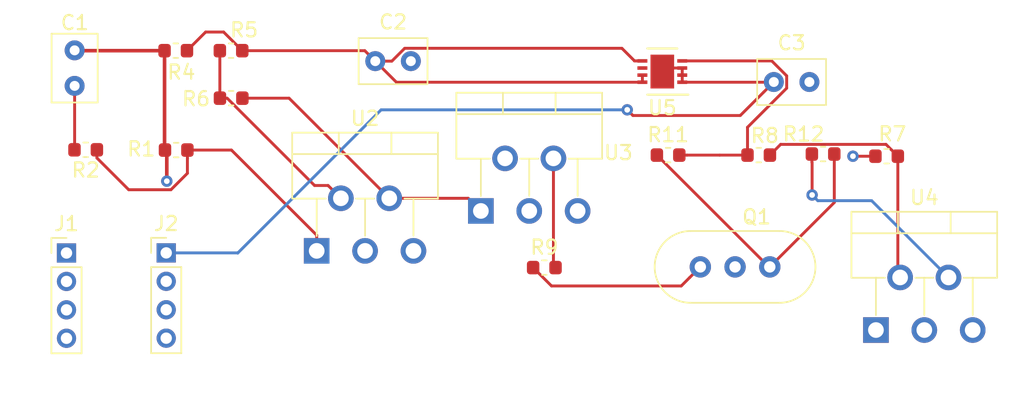
<source format=kicad_pcb>
(kicad_pcb (version 20171130) (host pcbnew "(5.1.2)-2")

  (general
    (thickness 1.6)
    (drawings 4)
    (tracks 116)
    (zones 0)
    (modules 20)
    (nets 21)
  )

  (page A4)
  (layers
    (0 F.Cu signal)
    (1 In1.Cu signal)
    (2 In2.Cu signal)
    (31 B.Cu signal)
    (32 B.Adhes user)
    (33 F.Adhes user)
    (34 B.Paste user)
    (35 F.Paste user)
    (36 B.SilkS user)
    (37 F.SilkS user)
    (38 B.Mask user)
    (39 F.Mask user)
    (40 Dwgs.User user)
    (41 Cmts.User user)
    (42 Eco1.User user)
    (43 Eco2.User user)
    (44 Edge.Cuts user)
    (45 Margin user)
    (46 B.CrtYd user)
    (47 F.CrtYd user)
    (48 B.Fab user)
    (49 F.Fab user)
  )

  (setup
    (last_trace_width 0.25)
    (trace_clearance 0.2)
    (zone_clearance 0.508)
    (zone_45_only no)
    (trace_min 0.2)
    (via_size 0.8)
    (via_drill 0.4)
    (via_min_size 0.4)
    (via_min_drill 0.3)
    (uvia_size 0.3)
    (uvia_drill 0.1)
    (uvias_allowed no)
    (uvia_min_size 0.2)
    (uvia_min_drill 0.1)
    (edge_width 0.05)
    (segment_width 0.2)
    (pcb_text_width 0.3)
    (pcb_text_size 1.5 1.5)
    (mod_edge_width 0.12)
    (mod_text_size 1 1)
    (mod_text_width 0.15)
    (pad_size 1.524 1.524)
    (pad_drill 0.762)
    (pad_to_mask_clearance 0.051)
    (solder_mask_min_width 0.25)
    (aux_axis_origin 0 0)
    (visible_elements 7FFFFFFF)
    (pcbplotparams
      (layerselection 0x010fc_ffffffff)
      (usegerberextensions false)
      (usegerberattributes false)
      (usegerberadvancedattributes false)
      (creategerberjobfile false)
      (excludeedgelayer true)
      (linewidth 0.100000)
      (plotframeref false)
      (viasonmask false)
      (mode 1)
      (useauxorigin false)
      (hpglpennumber 1)
      (hpglpenspeed 20)
      (hpglpendiameter 15.000000)
      (psnegative false)
      (psa4output false)
      (plotreference true)
      (plotvalue true)
      (plotinvisibletext false)
      (padsonsilk false)
      (subtractmaskfromsilk false)
      (outputformat 1)
      (mirror false)
      (drillshape 1)
      (scaleselection 1)
      (outputdirectory ""))
  )

  (net 0 "")
  (net 1 VIN)
  (net 2 "Net-(R6-Pad2)")
  (net 3 GND)
  (net 4 "Net-(R5-Pad1)")
  (net 5 "Net-(R1-Pad1)")
  (net 6 CURRENT_CONTROL)
  (net 7 "Net-(R12-Pad1)")
  (net 8 "Net-(R7-Pad2)")
  (net 9 VOLTAGE_CONTROL)
  (net 10 VOUT)
  (net 11 "Net-(C2-Pad1)")
  (net 12 "Net-(U5-Pad6)")
  (net 13 "Net-(R11-Pad2)")
  (net 14 "Net-(Q1-Pad3)")
  (net 15 "Net-(Q1-Pad1)")
  (net 16 "Net-(R9-Pad2)")
  (net 17 "Net-(J1-Pad4)")
  (net 18 "Net-(J1-Pad3)")
  (net 19 "Net-(J2-Pad4)")
  (net 20 "Net-(J2-Pad3)")

  (net_class Default "This is the default net class."
    (clearance 0.2)
    (trace_width 0.25)
    (via_dia 0.8)
    (via_drill 0.4)
    (uvia_dia 0.3)
    (uvia_drill 0.1)
    (add_net "Net-(J1-Pad3)")
    (add_net "Net-(J1-Pad4)")
    (add_net "Net-(J2-Pad3)")
    (add_net "Net-(J2-Pad4)")
  )

  (net_class "normal tracks" ""
    (clearance 0.1016)
    (trace_width 0.2032)
    (via_dia 0.8)
    (via_drill 0.4)
    (uvia_dia 0.3)
    (uvia_drill 0.1)
    (add_net CURRENT_CONTROL)
    (add_net GND)
    (add_net "Net-(C2-Pad1)")
    (add_net "Net-(Q1-Pad1)")
    (add_net "Net-(Q1-Pad3)")
    (add_net "Net-(R1-Pad1)")
    (add_net "Net-(R11-Pad2)")
    (add_net "Net-(R12-Pad1)")
    (add_net "Net-(R5-Pad1)")
    (add_net "Net-(R6-Pad2)")
    (add_net "Net-(R7-Pad2)")
    (add_net "Net-(R9-Pad2)")
    (add_net "Net-(U5-Pad6)")
    (add_net VOLTAGE_CONTROL)
    (add_net VOUT)
  )

  (net_class power ""
    (clearance 0.1016)
    (trace_width 0.254)
    (via_dia 0.8)
    (via_drill 0.4)
    (uvia_dia 0.3)
    (uvia_drill 0.1)
    (add_net VIN)
  )

  (module Connector_PinHeader_2.00mm:PinHeader_1x04_P2.00mm_Vertical (layer F.Cu) (tedit 59FED667) (tstamp 5EAFC439)
    (at 62.04458 61.91758)
    (descr "Through hole straight pin header, 1x04, 2.00mm pitch, single row")
    (tags "Through hole pin header THT 1x04 2.00mm single row")
    (path /5EB0368E)
    (fp_text reference J2 (at 0 -2.06) (layer F.SilkS)
      (effects (font (size 1 1) (thickness 0.15)))
    )
    (fp_text value Conn_01x04 (at 0 8.06) (layer F.Fab)
      (effects (font (size 1 1) (thickness 0.15)))
    )
    (fp_text user %R (at 0 3 90) (layer F.Fab)
      (effects (font (size 1 1) (thickness 0.15)))
    )
    (fp_line (start 1.5 -1.5) (end -1.5 -1.5) (layer F.CrtYd) (width 0.05))
    (fp_line (start 1.5 7.5) (end 1.5 -1.5) (layer F.CrtYd) (width 0.05))
    (fp_line (start -1.5 7.5) (end 1.5 7.5) (layer F.CrtYd) (width 0.05))
    (fp_line (start -1.5 -1.5) (end -1.5 7.5) (layer F.CrtYd) (width 0.05))
    (fp_line (start -1.06 -1.06) (end 0 -1.06) (layer F.SilkS) (width 0.12))
    (fp_line (start -1.06 0) (end -1.06 -1.06) (layer F.SilkS) (width 0.12))
    (fp_line (start -1.06 1) (end 1.06 1) (layer F.SilkS) (width 0.12))
    (fp_line (start 1.06 1) (end 1.06 7.06) (layer F.SilkS) (width 0.12))
    (fp_line (start -1.06 1) (end -1.06 7.06) (layer F.SilkS) (width 0.12))
    (fp_line (start -1.06 7.06) (end 1.06 7.06) (layer F.SilkS) (width 0.12))
    (fp_line (start -1 -0.5) (end -0.5 -1) (layer F.Fab) (width 0.1))
    (fp_line (start -1 7) (end -1 -0.5) (layer F.Fab) (width 0.1))
    (fp_line (start 1 7) (end -1 7) (layer F.Fab) (width 0.1))
    (fp_line (start 1 -1) (end 1 7) (layer F.Fab) (width 0.1))
    (fp_line (start -0.5 -1) (end 1 -1) (layer F.Fab) (width 0.1))
    (pad 4 thru_hole oval (at 0 6) (size 1.35 1.35) (drill 0.8) (layers *.Cu *.Mask)
      (net 19 "Net-(J2-Pad4)"))
    (pad 3 thru_hole oval (at 0 4) (size 1.35 1.35) (drill 0.8) (layers *.Cu *.Mask)
      (net 20 "Net-(J2-Pad3)"))
    (pad 2 thru_hole oval (at 0 2) (size 1.35 1.35) (drill 0.8) (layers *.Cu *.Mask)
      (net 3 GND))
    (pad 1 thru_hole rect (at 0 0) (size 1.35 1.35) (drill 0.8) (layers *.Cu *.Mask)
      (net 10 VOUT))
    (model ${KISYS3DMOD}/Connector_PinHeader_2.00mm.3dshapes/PinHeader_1x04_P2.00mm_Vertical.wrl
      (at (xyz 0 0 0))
      (scale (xyz 1 1 1))
      (rotate (xyz 0 0 0))
    )
  )

  (module Connector_PinHeader_2.00mm:PinHeader_1x04_P2.00mm_Vertical (layer F.Cu) (tedit 59FED667) (tstamp 5EAFC421)
    (at 55.03672 61.9252)
    (descr "Through hole straight pin header, 1x04, 2.00mm pitch, single row")
    (tags "Through hole pin header THT 1x04 2.00mm single row")
    (path /5EAFCF8D)
    (fp_text reference J1 (at 0 -2.06) (layer F.SilkS)
      (effects (font (size 1 1) (thickness 0.15)))
    )
    (fp_text value Conn_01x04 (at 0 8.06) (layer F.Fab)
      (effects (font (size 1 1) (thickness 0.15)))
    )
    (fp_text user %R (at 0 3 90) (layer F.Fab)
      (effects (font (size 1 1) (thickness 0.15)))
    )
    (fp_line (start 1.5 -1.5) (end -1.5 -1.5) (layer F.CrtYd) (width 0.05))
    (fp_line (start 1.5 7.5) (end 1.5 -1.5) (layer F.CrtYd) (width 0.05))
    (fp_line (start -1.5 7.5) (end 1.5 7.5) (layer F.CrtYd) (width 0.05))
    (fp_line (start -1.5 -1.5) (end -1.5 7.5) (layer F.CrtYd) (width 0.05))
    (fp_line (start -1.06 -1.06) (end 0 -1.06) (layer F.SilkS) (width 0.12))
    (fp_line (start -1.06 0) (end -1.06 -1.06) (layer F.SilkS) (width 0.12))
    (fp_line (start -1.06 1) (end 1.06 1) (layer F.SilkS) (width 0.12))
    (fp_line (start 1.06 1) (end 1.06 7.06) (layer F.SilkS) (width 0.12))
    (fp_line (start -1.06 1) (end -1.06 7.06) (layer F.SilkS) (width 0.12))
    (fp_line (start -1.06 7.06) (end 1.06 7.06) (layer F.SilkS) (width 0.12))
    (fp_line (start -1 -0.5) (end -0.5 -1) (layer F.Fab) (width 0.1))
    (fp_line (start -1 7) (end -1 -0.5) (layer F.Fab) (width 0.1))
    (fp_line (start 1 7) (end -1 7) (layer F.Fab) (width 0.1))
    (fp_line (start 1 -1) (end 1 7) (layer F.Fab) (width 0.1))
    (fp_line (start -0.5 -1) (end 1 -1) (layer F.Fab) (width 0.1))
    (pad 4 thru_hole oval (at 0 6) (size 1.35 1.35) (drill 0.8) (layers *.Cu *.Mask)
      (net 17 "Net-(J1-Pad4)"))
    (pad 3 thru_hole oval (at 0 4) (size 1.35 1.35) (drill 0.8) (layers *.Cu *.Mask)
      (net 18 "Net-(J1-Pad3)"))
    (pad 2 thru_hole oval (at 0 2) (size 1.35 1.35) (drill 0.8) (layers *.Cu *.Mask)
      (net 3 GND))
    (pad 1 thru_hole rect (at 0 0) (size 1.35 1.35) (drill 0.8) (layers *.Cu *.Mask)
      (net 1 VIN))
    (model ${KISYS3DMOD}/Connector_PinHeader_2.00mm.3dshapes/PinHeader_1x04_P2.00mm_Vertical.wrl
      (at (xyz 0 0 0))
      (scale (xyz 1 1 1))
      (rotate (xyz 0 0 0))
    )
  )

  (module Package_TO_SOT_THT:TO-220-5_P3.4x3.7mm_StaggerOdd_Lead3.8mm_Vertical (layer F.Cu) (tedit 5AF05A31) (tstamp 5EB041C7)
    (at 84.15528 58.9661)
    (descr "TO-220-5, Vertical, RM 1.7mm, Pentawatt, Multiwatt-5, staggered type-1, see http://www.analog.com/media/en/package-pcb-resources/package/pkg_pdf/ltc-legacy-to-220/to-220_5_05-08-1421.pdf?domain=www.linear.com, https://www.diodes.com/assets/Package-Files/TO220-5.pdf")
    (tags "TO-220-5 Vertical RM 1.7mm Pentawatt Multiwatt-5 staggered type-1")
    (path /5EAC1FC8)
    (fp_text reference U3 (at 9.6647 -4.09702) (layer F.SilkS)
      (effects (font (size 1 1) (thickness 0.15)))
    )
    (fp_text value LT1014A (at 3.4 2.15) (layer F.Fab)
      (effects (font (size 1 1) (thickness 0.15)))
    )
    (fp_text user %R (at 3.4 -9.32) (layer F.Fab)
      (effects (font (size 1 1) (thickness 0.15)))
    )
    (fp_line (start 8.65 -8.45) (end -1.85 -8.45) (layer F.CrtYd) (width 0.05))
    (fp_line (start 8.65 1.15) (end 8.65 -8.45) (layer F.CrtYd) (width 0.05))
    (fp_line (start -1.85 1.15) (end 8.65 1.15) (layer F.CrtYd) (width 0.05))
    (fp_line (start -1.85 -8.45) (end -1.85 1.15) (layer F.CrtYd) (width 0.05))
    (fp_line (start 6.8 -3.679) (end 6.8 -1.065) (layer F.SilkS) (width 0.12))
    (fp_line (start 3.4 -3.679) (end 3.4 -1.065) (layer F.SilkS) (width 0.12))
    (fp_line (start 0 -3.679) (end 0 -1.049) (layer F.SilkS) (width 0.12))
    (fp_line (start 5.25 -8.32) (end 5.25 -6.811) (layer F.SilkS) (width 0.12))
    (fp_line (start 1.55 -8.32) (end 1.55 -6.811) (layer F.SilkS) (width 0.12))
    (fp_line (start -1.721 -6.811) (end 8.52 -6.811) (layer F.SilkS) (width 0.12))
    (fp_line (start 8.52 -8.32) (end 8.52 -3.679) (layer F.SilkS) (width 0.12))
    (fp_line (start -1.721 -8.32) (end -1.721 -3.679) (layer F.SilkS) (width 0.12))
    (fp_line (start 6.165 -3.679) (end 8.52 -3.679) (layer F.SilkS) (width 0.12))
    (fp_line (start 2.765 -3.679) (end 4.035 -3.679) (layer F.SilkS) (width 0.12))
    (fp_line (start -1.721 -3.679) (end 0.635 -3.679) (layer F.SilkS) (width 0.12))
    (fp_line (start -1.721 -8.32) (end 8.52 -8.32) (layer F.SilkS) (width 0.12))
    (fp_line (start 6.8 -3.8) (end 6.8 0) (layer F.Fab) (width 0.1))
    (fp_line (start 5.1 -3.8) (end 5.1 -3.7) (layer F.Fab) (width 0.1))
    (fp_line (start 3.4 -3.8) (end 3.4 0) (layer F.Fab) (width 0.1))
    (fp_line (start 1.7 -3.8) (end 1.7 -3.7) (layer F.Fab) (width 0.1))
    (fp_line (start 0 -3.8) (end 0 0) (layer F.Fab) (width 0.1))
    (fp_line (start 5.25 -8.2) (end 5.25 -6.93) (layer F.Fab) (width 0.1))
    (fp_line (start 1.55 -8.2) (end 1.55 -6.93) (layer F.Fab) (width 0.1))
    (fp_line (start -1.6 -6.93) (end 8.4 -6.93) (layer F.Fab) (width 0.1))
    (fp_line (start 8.4 -8.2) (end -1.6 -8.2) (layer F.Fab) (width 0.1))
    (fp_line (start 8.4 -3.8) (end 8.4 -8.2) (layer F.Fab) (width 0.1))
    (fp_line (start -1.6 -3.8) (end 8.4 -3.8) (layer F.Fab) (width 0.1))
    (fp_line (start -1.6 -8.2) (end -1.6 -3.8) (layer F.Fab) (width 0.1))
    (pad 5 thru_hole oval (at 6.8 0) (size 1.8 1.8) (drill 1.1) (layers *.Cu *.Mask)
      (net 1 VIN))
    (pad 4 thru_hole oval (at 5.1 -3.7) (size 1.8 1.8) (drill 1.1) (layers *.Cu *.Mask)
      (net 16 "Net-(R9-Pad2)"))
    (pad 3 thru_hole oval (at 3.4 0) (size 1.8 1.8) (drill 1.1) (layers *.Cu *.Mask)
      (net 3 GND))
    (pad 2 thru_hole oval (at 1.7 -3.7) (size 1.8 1.8) (drill 1.1) (layers *.Cu *.Mask)
      (net 6 CURRENT_CONTROL))
    (pad 1 thru_hole rect (at 0 0) (size 1.8 1.8) (drill 1.1) (layers *.Cu *.Mask)
      (net 2 "Net-(R6-Pad2)"))
    (model ${KISYS3DMOD}/Package_TO_SOT_THT.3dshapes/TO-220-5_P3.4x3.7mm_StaggerOdd_Lead3.8mm_Vertical.wrl
      (at (xyz 0 0 0))
      (scale (xyz 1 1 1))
      (rotate (xyz 0 0 0))
    )
  )

  (module Package_DFN_QFN:DFN-8-1EP_3x3mm_P0.5mm_EP1.66x2.38mm (layer F.Cu) (tedit 5A64E8E3) (tstamp 5EB0420A)
    (at 96.90608 49.15916 180)
    (descr "DD Package; 8-Lead Plastic DFN (3mm x 3mm) (see Linear Technology DFN_8_05-08-1698.pdf)")
    (tags "DFN 0.5")
    (path /5EABB092)
    (attr smd)
    (fp_text reference U5 (at 0 -2.55) (layer F.SilkS)
      (effects (font (size 1 1) (thickness 0.15)))
    )
    (fp_text value LT3080xDD (at 0 2.55) (layer F.Fab)
      (effects (font (size 1 1) (thickness 0.15)))
    )
    (fp_line (start -1.825 -1.625) (end 1.05 -1.625) (layer F.SilkS) (width 0.15))
    (fp_line (start -1.05 1.625) (end 1.05 1.625) (layer F.SilkS) (width 0.15))
    (fp_line (start -2 1.8) (end 2 1.8) (layer F.CrtYd) (width 0.05))
    (fp_line (start -2 -1.8) (end 2 -1.8) (layer F.CrtYd) (width 0.05))
    (fp_line (start 2 -1.8) (end 2 1.8) (layer F.CrtYd) (width 0.05))
    (fp_line (start -2 -1.8) (end -2 1.8) (layer F.CrtYd) (width 0.05))
    (fp_line (start -1.5 -0.5) (end -0.5 -1.5) (layer F.Fab) (width 0.15))
    (fp_line (start -1.5 1.5) (end -1.5 -0.5) (layer F.Fab) (width 0.15))
    (fp_line (start 1.5 1.5) (end -1.5 1.5) (layer F.Fab) (width 0.15))
    (fp_line (start 1.5 -1.5) (end 1.5 1.5) (layer F.Fab) (width 0.15))
    (fp_line (start -0.5 -1.5) (end 1.5 -1.5) (layer F.Fab) (width 0.15))
    (fp_text user %R (at 0 0) (layer F.Fab)
      (effects (font (size 0.7 0.7) (thickness 0.105)))
    )
    (pad "" smd rect (at -0.415 -0.595 180) (size 0.64 1) (layers F.Paste))
    (pad "" smd rect (at 0.415 -0.595 180) (size 0.64 1) (layers F.Paste))
    (pad "" smd rect (at -0.415 0.595 180) (size 0.64 1) (layers F.Paste))
    (pad 9 smd rect (at 0 0 180) (size 1.66 2.38) (layers F.Cu F.Mask)
      (net 10 VOUT))
    (pad "" smd rect (at 0.415 0.595 180) (size 0.64 1) (layers F.Paste))
    (pad 8 smd rect (at 1.4 -0.75 180) (size 0.7 0.25) (layers F.Cu F.Paste F.Mask)
      (net 11 "Net-(C2-Pad1)"))
    (pad 7 smd rect (at 1.4 -0.25 180) (size 0.7 0.25) (layers F.Cu F.Paste F.Mask)
      (net 11 "Net-(C2-Pad1)"))
    (pad 6 smd rect (at 1.4 0.25 180) (size 0.7 0.25) (layers F.Cu F.Paste F.Mask)
      (net 12 "Net-(U5-Pad6)"))
    (pad 5 smd rect (at 1.4 0.75 180) (size 0.7 0.25) (layers F.Cu F.Paste F.Mask)
      (net 11 "Net-(C2-Pad1)"))
    (pad 4 smd rect (at -1.4 0.75 180) (size 0.7 0.25) (layers F.Cu F.Paste F.Mask)
      (net 13 "Net-(R11-Pad2)"))
    (pad 3 smd rect (at -1.4 0.25 180) (size 0.7 0.25) (layers F.Cu F.Paste F.Mask)
      (net 10 VOUT))
    (pad 2 smd rect (at -1.4 -0.25 180) (size 0.7 0.25) (layers F.Cu F.Paste F.Mask)
      (net 10 VOUT))
    (pad 1 smd rect (at -1.4 -0.75 180) (size 0.7 0.25) (layers F.Cu F.Paste F.Mask)
      (net 10 VOUT))
    (model ${KISYS3DMOD}/Package_DFN_QFN.3dshapes/DFN-8-1EP_3x3mm_P0.5mm_EP1.66x2.38mm.wrl
      (at (xyz 0 0 0))
      (scale (xyz 1 1 1))
      (rotate (xyz 0 0 0))
    )
  )

  (module Package_TO_SOT_THT:TO-220-5_P3.4x3.7mm_StaggerOdd_Lead3.8mm_Vertical (layer F.Cu) (tedit 5AF05A31) (tstamp 5EB041ED)
    (at 111.91748 67.34556)
    (descr "TO-220-5, Vertical, RM 1.7mm, Pentawatt, Multiwatt-5, staggered type-1, see http://www.analog.com/media/en/package-pcb-resources/package/pkg_pdf/ltc-legacy-to-220/to-220_5_05-08-1421.pdf?domain=www.linear.com, https://www.diodes.com/assets/Package-Files/TO220-5.pdf")
    (tags "TO-220-5 Vertical RM 1.7mm Pentawatt Multiwatt-5 staggered type-1")
    (path /5EABFAEC)
    (fp_text reference U4 (at 3.4 -9.32) (layer F.SilkS)
      (effects (font (size 1 1) (thickness 0.15)))
    )
    (fp_text value LM675 (at 3.4 2.15) (layer F.Fab)
      (effects (font (size 1 1) (thickness 0.15)))
    )
    (fp_text user %R (at 3.4 -9.32) (layer F.Fab)
      (effects (font (size 1 1) (thickness 0.15)))
    )
    (fp_line (start 8.65 -8.45) (end -1.85 -8.45) (layer F.CrtYd) (width 0.05))
    (fp_line (start 8.65 1.15) (end 8.65 -8.45) (layer F.CrtYd) (width 0.05))
    (fp_line (start -1.85 1.15) (end 8.65 1.15) (layer F.CrtYd) (width 0.05))
    (fp_line (start -1.85 -8.45) (end -1.85 1.15) (layer F.CrtYd) (width 0.05))
    (fp_line (start 6.8 -3.679) (end 6.8 -1.065) (layer F.SilkS) (width 0.12))
    (fp_line (start 3.4 -3.679) (end 3.4 -1.065) (layer F.SilkS) (width 0.12))
    (fp_line (start 0 -3.679) (end 0 -1.049) (layer F.SilkS) (width 0.12))
    (fp_line (start 5.25 -8.32) (end 5.25 -6.811) (layer F.SilkS) (width 0.12))
    (fp_line (start 1.55 -8.32) (end 1.55 -6.811) (layer F.SilkS) (width 0.12))
    (fp_line (start -1.721 -6.811) (end 8.52 -6.811) (layer F.SilkS) (width 0.12))
    (fp_line (start 8.52 -8.32) (end 8.52 -3.679) (layer F.SilkS) (width 0.12))
    (fp_line (start -1.721 -8.32) (end -1.721 -3.679) (layer F.SilkS) (width 0.12))
    (fp_line (start 6.165 -3.679) (end 8.52 -3.679) (layer F.SilkS) (width 0.12))
    (fp_line (start 2.765 -3.679) (end 4.035 -3.679) (layer F.SilkS) (width 0.12))
    (fp_line (start -1.721 -3.679) (end 0.635 -3.679) (layer F.SilkS) (width 0.12))
    (fp_line (start -1.721 -8.32) (end 8.52 -8.32) (layer F.SilkS) (width 0.12))
    (fp_line (start 6.8 -3.8) (end 6.8 0) (layer F.Fab) (width 0.1))
    (fp_line (start 5.1 -3.8) (end 5.1 -3.7) (layer F.Fab) (width 0.1))
    (fp_line (start 3.4 -3.8) (end 3.4 0) (layer F.Fab) (width 0.1))
    (fp_line (start 1.7 -3.8) (end 1.7 -3.7) (layer F.Fab) (width 0.1))
    (fp_line (start 0 -3.8) (end 0 0) (layer F.Fab) (width 0.1))
    (fp_line (start 5.25 -8.2) (end 5.25 -6.93) (layer F.Fab) (width 0.1))
    (fp_line (start 1.55 -8.2) (end 1.55 -6.93) (layer F.Fab) (width 0.1))
    (fp_line (start -1.6 -6.93) (end 8.4 -6.93) (layer F.Fab) (width 0.1))
    (fp_line (start 8.4 -8.2) (end -1.6 -8.2) (layer F.Fab) (width 0.1))
    (fp_line (start 8.4 -3.8) (end 8.4 -8.2) (layer F.Fab) (width 0.1))
    (fp_line (start -1.6 -3.8) (end 8.4 -3.8) (layer F.Fab) (width 0.1))
    (fp_line (start -1.6 -8.2) (end -1.6 -3.8) (layer F.Fab) (width 0.1))
    (pad 5 thru_hole oval (at 6.8 0) (size 1.8 1.8) (drill 1.1) (layers *.Cu *.Mask)
      (net 1 VIN))
    (pad 4 thru_hole oval (at 5.1 -3.7) (size 1.8 1.8) (drill 1.1) (layers *.Cu *.Mask)
      (net 7 "Net-(R12-Pad1)"))
    (pad 3 thru_hole oval (at 3.4 0) (size 1.8 1.8) (drill 1.1) (layers *.Cu *.Mask)
      (net 3 GND))
    (pad 2 thru_hole oval (at 1.7 -3.7) (size 1.8 1.8) (drill 1.1) (layers *.Cu *.Mask)
      (net 8 "Net-(R7-Pad2)"))
    (pad 1 thru_hole rect (at 0 0) (size 1.8 1.8) (drill 1.1) (layers *.Cu *.Mask)
      (net 9 VOLTAGE_CONTROL))
    (model ${KISYS3DMOD}/Package_TO_SOT_THT.3dshapes/TO-220-5_P3.4x3.7mm_StaggerOdd_Lead3.8mm_Vertical.wrl
      (at (xyz 0 0 0))
      (scale (xyz 1 1 1))
      (rotate (xyz 0 0 0))
    )
  )

  (module Package_TO_SOT_THT:TO-220-5_P3.4x3.7mm_StaggerOdd_Lead3.8mm_Vertical (layer F.Cu) (tedit 5AF05A31) (tstamp 5EB041A1)
    (at 72.6186 61.77534)
    (descr "TO-220-5, Vertical, RM 1.7mm, Pentawatt, Multiwatt-5, staggered type-1, see http://www.analog.com/media/en/package-pcb-resources/package/pkg_pdf/ltc-legacy-to-220/to-220_5_05-08-1421.pdf?domain=www.linear.com, https://www.diodes.com/assets/Package-Files/TO220-5.pdf")
    (tags "TO-220-5 Vertical RM 1.7mm Pentawatt Multiwatt-5 staggered type-1")
    (path /5EAC233B)
    (fp_text reference U2 (at 3.4 -9.32) (layer F.SilkS)
      (effects (font (size 1 1) (thickness 0.15)))
    )
    (fp_text value LM675 (at 3.4 2.15) (layer F.Fab)
      (effects (font (size 1 1) (thickness 0.15)))
    )
    (fp_text user %R (at 3.4 -9.32) (layer F.Fab)
      (effects (font (size 1 1) (thickness 0.15)))
    )
    (fp_line (start 8.65 -8.45) (end -1.85 -8.45) (layer F.CrtYd) (width 0.05))
    (fp_line (start 8.65 1.15) (end 8.65 -8.45) (layer F.CrtYd) (width 0.05))
    (fp_line (start -1.85 1.15) (end 8.65 1.15) (layer F.CrtYd) (width 0.05))
    (fp_line (start -1.85 -8.45) (end -1.85 1.15) (layer F.CrtYd) (width 0.05))
    (fp_line (start 6.8 -3.679) (end 6.8 -1.065) (layer F.SilkS) (width 0.12))
    (fp_line (start 3.4 -3.679) (end 3.4 -1.065) (layer F.SilkS) (width 0.12))
    (fp_line (start 0 -3.679) (end 0 -1.049) (layer F.SilkS) (width 0.12))
    (fp_line (start 5.25 -8.32) (end 5.25 -6.811) (layer F.SilkS) (width 0.12))
    (fp_line (start 1.55 -8.32) (end 1.55 -6.811) (layer F.SilkS) (width 0.12))
    (fp_line (start -1.721 -6.811) (end 8.52 -6.811) (layer F.SilkS) (width 0.12))
    (fp_line (start 8.52 -8.32) (end 8.52 -3.679) (layer F.SilkS) (width 0.12))
    (fp_line (start -1.721 -8.32) (end -1.721 -3.679) (layer F.SilkS) (width 0.12))
    (fp_line (start 6.165 -3.679) (end 8.52 -3.679) (layer F.SilkS) (width 0.12))
    (fp_line (start 2.765 -3.679) (end 4.035 -3.679) (layer F.SilkS) (width 0.12))
    (fp_line (start -1.721 -3.679) (end 0.635 -3.679) (layer F.SilkS) (width 0.12))
    (fp_line (start -1.721 -8.32) (end 8.52 -8.32) (layer F.SilkS) (width 0.12))
    (fp_line (start 6.8 -3.8) (end 6.8 0) (layer F.Fab) (width 0.1))
    (fp_line (start 5.1 -3.8) (end 5.1 -3.7) (layer F.Fab) (width 0.1))
    (fp_line (start 3.4 -3.8) (end 3.4 0) (layer F.Fab) (width 0.1))
    (fp_line (start 1.7 -3.8) (end 1.7 -3.7) (layer F.Fab) (width 0.1))
    (fp_line (start 0 -3.8) (end 0 0) (layer F.Fab) (width 0.1))
    (fp_line (start 5.25 -8.2) (end 5.25 -6.93) (layer F.Fab) (width 0.1))
    (fp_line (start 1.55 -8.2) (end 1.55 -6.93) (layer F.Fab) (width 0.1))
    (fp_line (start -1.6 -6.93) (end 8.4 -6.93) (layer F.Fab) (width 0.1))
    (fp_line (start 8.4 -8.2) (end -1.6 -8.2) (layer F.Fab) (width 0.1))
    (fp_line (start 8.4 -3.8) (end 8.4 -8.2) (layer F.Fab) (width 0.1))
    (fp_line (start -1.6 -3.8) (end 8.4 -3.8) (layer F.Fab) (width 0.1))
    (fp_line (start -1.6 -8.2) (end -1.6 -3.8) (layer F.Fab) (width 0.1))
    (pad 5 thru_hole oval (at 6.8 0) (size 1.8 1.8) (drill 1.1) (layers *.Cu *.Mask)
      (net 1 VIN))
    (pad 4 thru_hole oval (at 5.1 -3.7) (size 1.8 1.8) (drill 1.1) (layers *.Cu *.Mask)
      (net 2 "Net-(R6-Pad2)"))
    (pad 3 thru_hole oval (at 3.4 0) (size 1.8 1.8) (drill 1.1) (layers *.Cu *.Mask)
      (net 3 GND))
    (pad 2 thru_hole oval (at 1.7 -3.7) (size 1.8 1.8) (drill 1.1) (layers *.Cu *.Mask)
      (net 4 "Net-(R5-Pad1)"))
    (pad 1 thru_hole rect (at 0 0) (size 1.8 1.8) (drill 1.1) (layers *.Cu *.Mask)
      (net 5 "Net-(R1-Pad1)"))
    (model ${KISYS3DMOD}/Package_TO_SOT_THT.3dshapes/TO-220-5_P3.4x3.7mm_StaggerOdd_Lead3.8mm_Vertical.wrl
      (at (xyz 0 0 0))
      (scale (xyz 1 1 1))
      (rotate (xyz 0 0 0))
    )
  )

  (module Resistor_SMD:R_0603_1608Metric (layer F.Cu) (tedit 5B301BBD) (tstamp 5EB0417B)
    (at 108.204 54.96052)
    (descr "Resistor SMD 0603 (1608 Metric), square (rectangular) end terminal, IPC_7351 nominal, (Body size source: http://www.tortai-tech.com/upload/download/2011102023233369053.pdf), generated with kicad-footprint-generator")
    (tags resistor)
    (path /5EB497CD)
    (attr smd)
    (fp_text reference R12 (at -1.3716 -1.39954) (layer F.SilkS)
      (effects (font (size 1 1) (thickness 0.15)))
    )
    (fp_text value 10K (at 0 1.43) (layer F.Fab)
      (effects (font (size 1 1) (thickness 0.15)))
    )
    (fp_text user %R (at 0 0) (layer F.Fab)
      (effects (font (size 0.4 0.4) (thickness 0.06)))
    )
    (fp_line (start 1.48 0.73) (end -1.48 0.73) (layer F.CrtYd) (width 0.05))
    (fp_line (start 1.48 -0.73) (end 1.48 0.73) (layer F.CrtYd) (width 0.05))
    (fp_line (start -1.48 -0.73) (end 1.48 -0.73) (layer F.CrtYd) (width 0.05))
    (fp_line (start -1.48 0.73) (end -1.48 -0.73) (layer F.CrtYd) (width 0.05))
    (fp_line (start -0.162779 0.51) (end 0.162779 0.51) (layer F.SilkS) (width 0.12))
    (fp_line (start -0.162779 -0.51) (end 0.162779 -0.51) (layer F.SilkS) (width 0.12))
    (fp_line (start 0.8 0.4) (end -0.8 0.4) (layer F.Fab) (width 0.1))
    (fp_line (start 0.8 -0.4) (end 0.8 0.4) (layer F.Fab) (width 0.1))
    (fp_line (start -0.8 -0.4) (end 0.8 -0.4) (layer F.Fab) (width 0.1))
    (fp_line (start -0.8 0.4) (end -0.8 -0.4) (layer F.Fab) (width 0.1))
    (pad 2 smd roundrect (at 0.7875 0) (size 0.875 0.95) (layers F.Cu F.Paste F.Mask) (roundrect_rratio 0.25)
      (net 14 "Net-(Q1-Pad3)"))
    (pad 1 smd roundrect (at -0.7875 0) (size 0.875 0.95) (layers F.Cu F.Paste F.Mask) (roundrect_rratio 0.25)
      (net 7 "Net-(R12-Pad1)"))
    (model ${KISYS3DMOD}/Resistor_SMD.3dshapes/R_0603_1608Metric.wrl
      (at (xyz 0 0 0))
      (scale (xyz 1 1 1))
      (rotate (xyz 0 0 0))
    )
  )

  (module Resistor_SMD:R_0603_1608Metric (layer F.Cu) (tedit 5B301BBD) (tstamp 5EB056F7)
    (at 97.31248 55.03672)
    (descr "Resistor SMD 0603 (1608 Metric), square (rectangular) end terminal, IPC_7351 nominal, (Body size source: http://www.tortai-tech.com/upload/download/2011102023233369053.pdf), generated with kicad-footprint-generator")
    (tags resistor)
    (path /5EB37829)
    (attr smd)
    (fp_text reference R11 (at 0 -1.43) (layer F.SilkS)
      (effects (font (size 1 1) (thickness 0.15)))
    )
    (fp_text value 10K (at 0 1.43) (layer F.Fab)
      (effects (font (size 1 1) (thickness 0.15)))
    )
    (fp_text user %R (at 0 0) (layer F.Fab)
      (effects (font (size 0.4 0.4) (thickness 0.06)))
    )
    (fp_line (start 1.48 0.73) (end -1.48 0.73) (layer F.CrtYd) (width 0.05))
    (fp_line (start 1.48 -0.73) (end 1.48 0.73) (layer F.CrtYd) (width 0.05))
    (fp_line (start -1.48 -0.73) (end 1.48 -0.73) (layer F.CrtYd) (width 0.05))
    (fp_line (start -1.48 0.73) (end -1.48 -0.73) (layer F.CrtYd) (width 0.05))
    (fp_line (start -0.162779 0.51) (end 0.162779 0.51) (layer F.SilkS) (width 0.12))
    (fp_line (start -0.162779 -0.51) (end 0.162779 -0.51) (layer F.SilkS) (width 0.12))
    (fp_line (start 0.8 0.4) (end -0.8 0.4) (layer F.Fab) (width 0.1))
    (fp_line (start 0.8 -0.4) (end 0.8 0.4) (layer F.Fab) (width 0.1))
    (fp_line (start -0.8 -0.4) (end 0.8 -0.4) (layer F.Fab) (width 0.1))
    (fp_line (start -0.8 0.4) (end -0.8 -0.4) (layer F.Fab) (width 0.1))
    (pad 2 smd roundrect (at 0.7875 0) (size 0.875 0.95) (layers F.Cu F.Paste F.Mask) (roundrect_rratio 0.25)
      (net 13 "Net-(R11-Pad2)"))
    (pad 1 smd roundrect (at -0.7875 0) (size 0.875 0.95) (layers F.Cu F.Paste F.Mask) (roundrect_rratio 0.25)
      (net 14 "Net-(Q1-Pad3)"))
    (model ${KISYS3DMOD}/Resistor_SMD.3dshapes/R_0603_1608Metric.wrl
      (at (xyz 0 0 0))
      (scale (xyz 1 1 1))
      (rotate (xyz 0 0 0))
    )
  )

  (module Resistor_SMD:R_0603_1608Metric (layer F.Cu) (tedit 5B301BBD) (tstamp 5EB04148)
    (at 88.61552 62.95136)
    (descr "Resistor SMD 0603 (1608 Metric), square (rectangular) end terminal, IPC_7351 nominal, (Body size source: http://www.tortai-tech.com/upload/download/2011102023233369053.pdf), generated with kicad-footprint-generator")
    (tags resistor)
    (path /5EB326B3)
    (attr smd)
    (fp_text reference R9 (at 0 -1.43) (layer F.SilkS)
      (effects (font (size 1 1) (thickness 0.15)))
    )
    (fp_text value 10K (at 0 1.43) (layer F.Fab)
      (effects (font (size 1 1) (thickness 0.15)))
    )
    (fp_text user %R (at 0 0) (layer F.Fab)
      (effects (font (size 0.4 0.4) (thickness 0.06)))
    )
    (fp_line (start 1.48 0.73) (end -1.48 0.73) (layer F.CrtYd) (width 0.05))
    (fp_line (start 1.48 -0.73) (end 1.48 0.73) (layer F.CrtYd) (width 0.05))
    (fp_line (start -1.48 -0.73) (end 1.48 -0.73) (layer F.CrtYd) (width 0.05))
    (fp_line (start -1.48 0.73) (end -1.48 -0.73) (layer F.CrtYd) (width 0.05))
    (fp_line (start -0.162779 0.51) (end 0.162779 0.51) (layer F.SilkS) (width 0.12))
    (fp_line (start -0.162779 -0.51) (end 0.162779 -0.51) (layer F.SilkS) (width 0.12))
    (fp_line (start 0.8 0.4) (end -0.8 0.4) (layer F.Fab) (width 0.1))
    (fp_line (start 0.8 -0.4) (end 0.8 0.4) (layer F.Fab) (width 0.1))
    (fp_line (start -0.8 -0.4) (end 0.8 -0.4) (layer F.Fab) (width 0.1))
    (fp_line (start -0.8 0.4) (end -0.8 -0.4) (layer F.Fab) (width 0.1))
    (pad 2 smd roundrect (at 0.7875 0) (size 0.875 0.95) (layers F.Cu F.Paste F.Mask) (roundrect_rratio 0.25)
      (net 16 "Net-(R9-Pad2)"))
    (pad 1 smd roundrect (at -0.7875 0) (size 0.875 0.95) (layers F.Cu F.Paste F.Mask) (roundrect_rratio 0.25)
      (net 15 "Net-(Q1-Pad1)"))
    (model ${KISYS3DMOD}/Resistor_SMD.3dshapes/R_0603_1608Metric.wrl
      (at (xyz 0 0 0))
      (scale (xyz 1 1 1))
      (rotate (xyz 0 0 0))
    )
  )

  (module Resistor_SMD:R_0603_1608Metric (layer F.Cu) (tedit 5B301BBD) (tstamp 5EB04137)
    (at 103.68026 55.03672)
    (descr "Resistor SMD 0603 (1608 Metric), square (rectangular) end terminal, IPC_7351 nominal, (Body size source: http://www.tortai-tech.com/upload/download/2011102023233369053.pdf), generated with kicad-footprint-generator")
    (tags resistor)
    (path /5EB40521)
    (attr smd)
    (fp_text reference R8 (at 0.42926 -1.3716) (layer F.SilkS)
      (effects (font (size 1 1) (thickness 0.15)))
    )
    (fp_text value 10K (at 0 1.43) (layer F.Fab)
      (effects (font (size 1 1) (thickness 0.15)))
    )
    (fp_text user %R (at 0 0) (layer F.Fab)
      (effects (font (size 0.4 0.4) (thickness 0.06)))
    )
    (fp_line (start 1.48 0.73) (end -1.48 0.73) (layer F.CrtYd) (width 0.05))
    (fp_line (start 1.48 -0.73) (end 1.48 0.73) (layer F.CrtYd) (width 0.05))
    (fp_line (start -1.48 -0.73) (end 1.48 -0.73) (layer F.CrtYd) (width 0.05))
    (fp_line (start -1.48 0.73) (end -1.48 -0.73) (layer F.CrtYd) (width 0.05))
    (fp_line (start -0.162779 0.51) (end 0.162779 0.51) (layer F.SilkS) (width 0.12))
    (fp_line (start -0.162779 -0.51) (end 0.162779 -0.51) (layer F.SilkS) (width 0.12))
    (fp_line (start 0.8 0.4) (end -0.8 0.4) (layer F.Fab) (width 0.1))
    (fp_line (start 0.8 -0.4) (end 0.8 0.4) (layer F.Fab) (width 0.1))
    (fp_line (start -0.8 -0.4) (end 0.8 -0.4) (layer F.Fab) (width 0.1))
    (fp_line (start -0.8 0.4) (end -0.8 -0.4) (layer F.Fab) (width 0.1))
    (pad 2 smd roundrect (at 0.7875 0) (size 0.875 0.95) (layers F.Cu F.Paste F.Mask) (roundrect_rratio 0.25)
      (net 8 "Net-(R7-Pad2)"))
    (pad 1 smd roundrect (at -0.7875 0) (size 0.875 0.95) (layers F.Cu F.Paste F.Mask) (roundrect_rratio 0.25)
      (net 13 "Net-(R11-Pad2)"))
    (model ${KISYS3DMOD}/Resistor_SMD.3dshapes/R_0603_1608Metric.wrl
      (at (xyz 0 0 0))
      (scale (xyz 1 1 1))
      (rotate (xyz 0 0 0))
    )
  )

  (module Resistor_SMD:R_0603_1608Metric (layer F.Cu) (tedit 5B301BBD) (tstamp 5EB04126)
    (at 112.66932 55.11546)
    (descr "Resistor SMD 0603 (1608 Metric), square (rectangular) end terminal, IPC_7351 nominal, (Body size source: http://www.tortai-tech.com/upload/download/2011102023233369053.pdf), generated with kicad-footprint-generator")
    (tags resistor)
    (path /5EB42232)
    (attr smd)
    (fp_text reference R7 (at 0.40132 -1.5621) (layer F.SilkS)
      (effects (font (size 1 1) (thickness 0.15)))
    )
    (fp_text value 10K (at 0 1.43) (layer F.Fab)
      (effects (font (size 1 1) (thickness 0.15)))
    )
    (fp_text user %R (at 0 0) (layer F.Fab)
      (effects (font (size 0.4 0.4) (thickness 0.06)))
    )
    (fp_line (start 1.48 0.73) (end -1.48 0.73) (layer F.CrtYd) (width 0.05))
    (fp_line (start 1.48 -0.73) (end 1.48 0.73) (layer F.CrtYd) (width 0.05))
    (fp_line (start -1.48 -0.73) (end 1.48 -0.73) (layer F.CrtYd) (width 0.05))
    (fp_line (start -1.48 0.73) (end -1.48 -0.73) (layer F.CrtYd) (width 0.05))
    (fp_line (start -0.162779 0.51) (end 0.162779 0.51) (layer F.SilkS) (width 0.12))
    (fp_line (start -0.162779 -0.51) (end 0.162779 -0.51) (layer F.SilkS) (width 0.12))
    (fp_line (start 0.8 0.4) (end -0.8 0.4) (layer F.Fab) (width 0.1))
    (fp_line (start 0.8 -0.4) (end 0.8 0.4) (layer F.Fab) (width 0.1))
    (fp_line (start -0.8 -0.4) (end 0.8 -0.4) (layer F.Fab) (width 0.1))
    (fp_line (start -0.8 0.4) (end -0.8 -0.4) (layer F.Fab) (width 0.1))
    (pad 2 smd roundrect (at 0.7875 0) (size 0.875 0.95) (layers F.Cu F.Paste F.Mask) (roundrect_rratio 0.25)
      (net 8 "Net-(R7-Pad2)"))
    (pad 1 smd roundrect (at -0.7875 0) (size 0.875 0.95) (layers F.Cu F.Paste F.Mask) (roundrect_rratio 0.25)
      (net 3 GND))
    (model ${KISYS3DMOD}/Resistor_SMD.3dshapes/R_0603_1608Metric.wrl
      (at (xyz 0 0 0))
      (scale (xyz 1 1 1))
      (rotate (xyz 0 0 0))
    )
  )

  (module Resistor_SMD:R_0603_1608Metric (layer F.Cu) (tedit 5B301BBD) (tstamp 5EB04115)
    (at 66.60896 51.03114)
    (descr "Resistor SMD 0603 (1608 Metric), square (rectangular) end terminal, IPC_7351 nominal, (Body size source: http://www.tortai-tech.com/upload/download/2011102023233369053.pdf), generated with kicad-footprint-generator")
    (tags resistor)
    (path /5EB0777A)
    (attr smd)
    (fp_text reference R6 (at -2.46888 0.04826) (layer F.SilkS)
      (effects (font (size 1 1) (thickness 0.15)))
    )
    (fp_text value 1 (at 0 1.43) (layer F.Fab)
      (effects (font (size 1 1) (thickness 0.15)))
    )
    (fp_text user %R (at 0 0) (layer F.Fab)
      (effects (font (size 0.4 0.4) (thickness 0.06)))
    )
    (fp_line (start 1.48 0.73) (end -1.48 0.73) (layer F.CrtYd) (width 0.05))
    (fp_line (start 1.48 -0.73) (end 1.48 0.73) (layer F.CrtYd) (width 0.05))
    (fp_line (start -1.48 -0.73) (end 1.48 -0.73) (layer F.CrtYd) (width 0.05))
    (fp_line (start -1.48 0.73) (end -1.48 -0.73) (layer F.CrtYd) (width 0.05))
    (fp_line (start -0.162779 0.51) (end 0.162779 0.51) (layer F.SilkS) (width 0.12))
    (fp_line (start -0.162779 -0.51) (end 0.162779 -0.51) (layer F.SilkS) (width 0.12))
    (fp_line (start 0.8 0.4) (end -0.8 0.4) (layer F.Fab) (width 0.1))
    (fp_line (start 0.8 -0.4) (end 0.8 0.4) (layer F.Fab) (width 0.1))
    (fp_line (start -0.8 -0.4) (end 0.8 -0.4) (layer F.Fab) (width 0.1))
    (fp_line (start -0.8 0.4) (end -0.8 -0.4) (layer F.Fab) (width 0.1))
    (pad 2 smd roundrect (at 0.7875 0) (size 0.875 0.95) (layers F.Cu F.Paste F.Mask) (roundrect_rratio 0.25)
      (net 2 "Net-(R6-Pad2)"))
    (pad 1 smd roundrect (at -0.7875 0) (size 0.875 0.95) (layers F.Cu F.Paste F.Mask) (roundrect_rratio 0.25)
      (net 4 "Net-(R5-Pad1)"))
    (model ${KISYS3DMOD}/Resistor_SMD.3dshapes/R_0603_1608Metric.wrl
      (at (xyz 0 0 0))
      (scale (xyz 1 1 1))
      (rotate (xyz 0 0 0))
    )
  )

  (module Resistor_SMD:R_0603_1608Metric (layer F.Cu) (tedit 5B301BBD) (tstamp 5EB04104)
    (at 66.60134 47.6885)
    (descr "Resistor SMD 0603 (1608 Metric), square (rectangular) end terminal, IPC_7351 nominal, (Body size source: http://www.tortai-tech.com/upload/download/2011102023233369053.pdf), generated with kicad-footprint-generator")
    (tags resistor)
    (path /5EB051A8)
    (attr smd)
    (fp_text reference R5 (at 0.9144 -1.45542) (layer F.SilkS)
      (effects (font (size 1 1) (thickness 0.15)))
    )
    (fp_text value 1 (at 0 1.43) (layer F.Fab)
      (effects (font (size 1 1) (thickness 0.15)))
    )
    (fp_text user %R (at 0 0) (layer F.Fab)
      (effects (font (size 0.4 0.4) (thickness 0.06)))
    )
    (fp_line (start 1.48 0.73) (end -1.48 0.73) (layer F.CrtYd) (width 0.05))
    (fp_line (start 1.48 -0.73) (end 1.48 0.73) (layer F.CrtYd) (width 0.05))
    (fp_line (start -1.48 -0.73) (end 1.48 -0.73) (layer F.CrtYd) (width 0.05))
    (fp_line (start -1.48 0.73) (end -1.48 -0.73) (layer F.CrtYd) (width 0.05))
    (fp_line (start -0.162779 0.51) (end 0.162779 0.51) (layer F.SilkS) (width 0.12))
    (fp_line (start -0.162779 -0.51) (end 0.162779 -0.51) (layer F.SilkS) (width 0.12))
    (fp_line (start 0.8 0.4) (end -0.8 0.4) (layer F.Fab) (width 0.1))
    (fp_line (start 0.8 -0.4) (end 0.8 0.4) (layer F.Fab) (width 0.1))
    (fp_line (start -0.8 -0.4) (end 0.8 -0.4) (layer F.Fab) (width 0.1))
    (fp_line (start -0.8 0.4) (end -0.8 -0.4) (layer F.Fab) (width 0.1))
    (pad 2 smd roundrect (at 0.7875 0) (size 0.875 0.95) (layers F.Cu F.Paste F.Mask) (roundrect_rratio 0.25)
      (net 11 "Net-(C2-Pad1)"))
    (pad 1 smd roundrect (at -0.7875 0) (size 0.875 0.95) (layers F.Cu F.Paste F.Mask) (roundrect_rratio 0.25)
      (net 4 "Net-(R5-Pad1)"))
    (model ${KISYS3DMOD}/Resistor_SMD.3dshapes/R_0603_1608Metric.wrl
      (at (xyz 0 0 0))
      (scale (xyz 1 1 1))
      (rotate (xyz 0 0 0))
    )
  )

  (module Resistor_SMD:R_0603_1608Metric (layer F.Cu) (tedit 5B301BBD) (tstamp 5EB040F3)
    (at 62.71514 47.6885 180)
    (descr "Resistor SMD 0603 (1608 Metric), square (rectangular) end terminal, IPC_7351 nominal, (Body size source: http://www.tortai-tech.com/upload/download/2011102023233369053.pdf), generated with kicad-footprint-generator")
    (tags resistor)
    (path /5EB075C0)
    (attr smd)
    (fp_text reference R4 (at -0.39116 -1.51638 180) (layer F.SilkS)
      (effects (font (size 1 1) (thickness 0.15)))
    )
    (fp_text value 1 (at 0 1.43) (layer F.Fab)
      (effects (font (size 1 1) (thickness 0.15)))
    )
    (fp_text user %R (at 0 0) (layer F.Fab)
      (effects (font (size 0.4 0.4) (thickness 0.06)))
    )
    (fp_line (start 1.48 0.73) (end -1.48 0.73) (layer F.CrtYd) (width 0.05))
    (fp_line (start 1.48 -0.73) (end 1.48 0.73) (layer F.CrtYd) (width 0.05))
    (fp_line (start -1.48 -0.73) (end 1.48 -0.73) (layer F.CrtYd) (width 0.05))
    (fp_line (start -1.48 0.73) (end -1.48 -0.73) (layer F.CrtYd) (width 0.05))
    (fp_line (start -0.162779 0.51) (end 0.162779 0.51) (layer F.SilkS) (width 0.12))
    (fp_line (start -0.162779 -0.51) (end 0.162779 -0.51) (layer F.SilkS) (width 0.12))
    (fp_line (start 0.8 0.4) (end -0.8 0.4) (layer F.Fab) (width 0.1))
    (fp_line (start 0.8 -0.4) (end 0.8 0.4) (layer F.Fab) (width 0.1))
    (fp_line (start -0.8 -0.4) (end 0.8 -0.4) (layer F.Fab) (width 0.1))
    (fp_line (start -0.8 0.4) (end -0.8 -0.4) (layer F.Fab) (width 0.1))
    (pad 2 smd roundrect (at 0.7875 0 180) (size 0.875 0.95) (layers F.Cu F.Paste F.Mask) (roundrect_rratio 0.25)
      (net 1 VIN))
    (pad 1 smd roundrect (at -0.7875 0 180) (size 0.875 0.95) (layers F.Cu F.Paste F.Mask) (roundrect_rratio 0.25)
      (net 11 "Net-(C2-Pad1)"))
    (model ${KISYS3DMOD}/Resistor_SMD.3dshapes/R_0603_1608Metric.wrl
      (at (xyz 0 0 0))
      (scale (xyz 1 1 1))
      (rotate (xyz 0 0 0))
    )
  )

  (module Resistor_SMD:R_0603_1608Metric (layer F.Cu) (tedit 5B301BBD) (tstamp 5EB040D1)
    (at 56.38546 54.66334 180)
    (descr "Resistor SMD 0603 (1608 Metric), square (rectangular) end terminal, IPC_7351 nominal, (Body size source: http://www.tortai-tech.com/upload/download/2011102023233369053.pdf), generated with kicad-footprint-generator")
    (tags resistor)
    (path /5EAC6F87)
    (attr smd)
    (fp_text reference R2 (at 0 -1.43) (layer F.SilkS)
      (effects (font (size 1 1) (thickness 0.15)))
    )
    (fp_text value 10K (at 0 1.43) (layer F.Fab)
      (effects (font (size 1 1) (thickness 0.15)))
    )
    (fp_text user %R (at 0 0) (layer F.Fab)
      (effects (font (size 0.4 0.4) (thickness 0.06)))
    )
    (fp_line (start 1.48 0.73) (end -1.48 0.73) (layer F.CrtYd) (width 0.05))
    (fp_line (start 1.48 -0.73) (end 1.48 0.73) (layer F.CrtYd) (width 0.05))
    (fp_line (start -1.48 -0.73) (end 1.48 -0.73) (layer F.CrtYd) (width 0.05))
    (fp_line (start -1.48 0.73) (end -1.48 -0.73) (layer F.CrtYd) (width 0.05))
    (fp_line (start -0.162779 0.51) (end 0.162779 0.51) (layer F.SilkS) (width 0.12))
    (fp_line (start -0.162779 -0.51) (end 0.162779 -0.51) (layer F.SilkS) (width 0.12))
    (fp_line (start 0.8 0.4) (end -0.8 0.4) (layer F.Fab) (width 0.1))
    (fp_line (start 0.8 -0.4) (end 0.8 0.4) (layer F.Fab) (width 0.1))
    (fp_line (start -0.8 -0.4) (end 0.8 -0.4) (layer F.Fab) (width 0.1))
    (fp_line (start -0.8 0.4) (end -0.8 -0.4) (layer F.Fab) (width 0.1))
    (pad 2 smd roundrect (at 0.7875 0 180) (size 0.875 0.95) (layers F.Cu F.Paste F.Mask) (roundrect_rratio 0.25)
      (net 3 GND))
    (pad 1 smd roundrect (at -0.7875 0 180) (size 0.875 0.95) (layers F.Cu F.Paste F.Mask) (roundrect_rratio 0.25)
      (net 5 "Net-(R1-Pad1)"))
    (model ${KISYS3DMOD}/Resistor_SMD.3dshapes/R_0603_1608Metric.wrl
      (at (xyz 0 0 0))
      (scale (xyz 1 1 1))
      (rotate (xyz 0 0 0))
    )
  )

  (module Resistor_SMD:R_0603_1608Metric (layer F.Cu) (tedit 5B301BBD) (tstamp 5EB040C0)
    (at 62.74562 54.68112 180)
    (descr "Resistor SMD 0603 (1608 Metric), square (rectangular) end terminal, IPC_7351 nominal, (Body size source: http://www.tortai-tech.com/upload/download/2011102023233369053.pdf), generated with kicad-footprint-generator")
    (tags resistor)
    (path /5EAC74BB)
    (attr smd)
    (fp_text reference R1 (at 2.45618 0.07112) (layer F.SilkS)
      (effects (font (size 1 1) (thickness 0.15)))
    )
    (fp_text value 10K (at 0 1.43) (layer F.Fab)
      (effects (font (size 1 1) (thickness 0.15)))
    )
    (fp_text user %R (at 0 0) (layer F.Fab)
      (effects (font (size 0.4 0.4) (thickness 0.06)))
    )
    (fp_line (start 1.48 0.73) (end -1.48 0.73) (layer F.CrtYd) (width 0.05))
    (fp_line (start 1.48 -0.73) (end 1.48 0.73) (layer F.CrtYd) (width 0.05))
    (fp_line (start -1.48 -0.73) (end 1.48 -0.73) (layer F.CrtYd) (width 0.05))
    (fp_line (start -1.48 0.73) (end -1.48 -0.73) (layer F.CrtYd) (width 0.05))
    (fp_line (start -0.162779 0.51) (end 0.162779 0.51) (layer F.SilkS) (width 0.12))
    (fp_line (start -0.162779 -0.51) (end 0.162779 -0.51) (layer F.SilkS) (width 0.12))
    (fp_line (start 0.8 0.4) (end -0.8 0.4) (layer F.Fab) (width 0.1))
    (fp_line (start 0.8 -0.4) (end 0.8 0.4) (layer F.Fab) (width 0.1))
    (fp_line (start -0.8 -0.4) (end 0.8 -0.4) (layer F.Fab) (width 0.1))
    (fp_line (start -0.8 0.4) (end -0.8 -0.4) (layer F.Fab) (width 0.1))
    (pad 2 smd roundrect (at 0.7875 0 180) (size 0.875 0.95) (layers F.Cu F.Paste F.Mask) (roundrect_rratio 0.25)
      (net 1 VIN))
    (pad 1 smd roundrect (at -0.7875 0 180) (size 0.875 0.95) (layers F.Cu F.Paste F.Mask) (roundrect_rratio 0.25)
      (net 5 "Net-(R1-Pad1)"))
    (model ${KISYS3DMOD}/Resistor_SMD.3dshapes/R_0603_1608Metric.wrl
      (at (xyz 0 0 0))
      (scale (xyz 1 1 1))
      (rotate (xyz 0 0 0))
    )
  )

  (module Crystal:Crystal_HC49-U-3Pin_Vertical (layer F.Cu) (tedit 5A0FD1B2) (tstamp 5EB040AF)
    (at 99.57816 62.9031)
    (descr "Crystal THT HC-49/U, 3pin-version, http://www.raltron.com/products/pdfspecs/crystal_hc_49_45_51.pdf")
    (tags "THT crystalHC-49/U")
    (path /5EB350FE)
    (fp_text reference Q1 (at 3.95224 -3.51536) (layer F.SilkS)
      (effects (font (size 1 1) (thickness 0.15)))
    )
    (fp_text value Q_NPN_BEC (at 2.44 3.525) (layer F.Fab)
      (effects (font (size 1 1) (thickness 0.15)))
    )
    (fp_arc (start 5.565 0) (end 5.565 -2.525) (angle 180) (layer F.SilkS) (width 0.12))
    (fp_arc (start -0.685 0) (end -0.685 -2.525) (angle -180) (layer F.SilkS) (width 0.12))
    (fp_arc (start 5.44 0) (end 5.44 -2) (angle 180) (layer F.Fab) (width 0.1))
    (fp_arc (start -0.56 0) (end -0.56 -2) (angle -180) (layer F.Fab) (width 0.1))
    (fp_arc (start 5.565 0) (end 5.565 -2.325) (angle 180) (layer F.Fab) (width 0.1))
    (fp_arc (start -0.685 0) (end -0.685 -2.325) (angle -180) (layer F.Fab) (width 0.1))
    (fp_line (start 8.4 -2.8) (end -3.5 -2.8) (layer F.CrtYd) (width 0.05))
    (fp_line (start 8.4 2.8) (end 8.4 -2.8) (layer F.CrtYd) (width 0.05))
    (fp_line (start -3.5 2.8) (end 8.4 2.8) (layer F.CrtYd) (width 0.05))
    (fp_line (start -3.5 -2.8) (end -3.5 2.8) (layer F.CrtYd) (width 0.05))
    (fp_line (start -0.685 2.525) (end 5.565 2.525) (layer F.SilkS) (width 0.12))
    (fp_line (start -0.685 -2.525) (end 5.565 -2.525) (layer F.SilkS) (width 0.12))
    (fp_line (start -0.56 2) (end 5.44 2) (layer F.Fab) (width 0.1))
    (fp_line (start -0.56 -2) (end 5.44 -2) (layer F.Fab) (width 0.1))
    (fp_line (start -0.685 2.325) (end 5.565 2.325) (layer F.Fab) (width 0.1))
    (fp_line (start -0.685 -2.325) (end 5.565 -2.325) (layer F.Fab) (width 0.1))
    (fp_text user %R (at 2.44 0) (layer F.Fab)
      (effects (font (size 1 1) (thickness 0.15)))
    )
    (pad 3 thru_hole circle (at 4.88 0) (size 1.5 1.5) (drill 0.8) (layers *.Cu *.Mask)
      (net 14 "Net-(Q1-Pad3)"))
    (pad 2 thru_hole circle (at 2.44 0) (size 1.5 1.5) (drill 0.8) (layers *.Cu *.Mask)
      (net 3 GND))
    (pad 1 thru_hole circle (at 0 0) (size 1.5 1.5) (drill 0.8) (layers *.Cu *.Mask)
      (net 15 "Net-(Q1-Pad1)"))
    (model ${KISYS3DMOD}/Crystal.3dshapes/Crystal_HC49-U-3Pin_Vertical.wrl
      (at (xyz 0 0 0))
      (scale (xyz 1 1 1))
      (rotate (xyz 0 0 0))
    )
  )

  (module Capacitor_THT:C_Rect_L4.6mm_W3.0mm_P2.50mm_MKS02_FKP02 (layer F.Cu) (tedit 5AE50EF0) (tstamp 5EB04097)
    (at 104.74198 49.89322)
    (descr "C, Rect series, Radial, pin pitch=2.50mm, , length*width=4.6*3.0mm^2, Capacitor, http://www.wima.de/DE/WIMA_MKS_02.pdf")
    (tags "C Rect series Radial pin pitch 2.50mm  length 4.6mm width 3.0mm Capacitor")
    (path /5EAEDC19)
    (fp_text reference C3 (at 1.25 -2.75) (layer F.SilkS)
      (effects (font (size 1 1) (thickness 0.15)))
    )
    (fp_text value 3u (at 1.25 2.75) (layer F.Fab)
      (effects (font (size 1 1) (thickness 0.15)))
    )
    (fp_text user %R (at 1.25 0) (layer F.Fab)
      (effects (font (size 0.92 0.92) (thickness 0.138)))
    )
    (fp_line (start 3.8 -1.75) (end -1.3 -1.75) (layer F.CrtYd) (width 0.05))
    (fp_line (start 3.8 1.75) (end 3.8 -1.75) (layer F.CrtYd) (width 0.05))
    (fp_line (start -1.3 1.75) (end 3.8 1.75) (layer F.CrtYd) (width 0.05))
    (fp_line (start -1.3 -1.75) (end -1.3 1.75) (layer F.CrtYd) (width 0.05))
    (fp_line (start 3.67 -1.62) (end 3.67 1.62) (layer F.SilkS) (width 0.12))
    (fp_line (start -1.17 -1.62) (end -1.17 1.62) (layer F.SilkS) (width 0.12))
    (fp_line (start -1.17 1.62) (end 3.67 1.62) (layer F.SilkS) (width 0.12))
    (fp_line (start -1.17 -1.62) (end 3.67 -1.62) (layer F.SilkS) (width 0.12))
    (fp_line (start 3.55 -1.5) (end -1.05 -1.5) (layer F.Fab) (width 0.1))
    (fp_line (start 3.55 1.5) (end 3.55 -1.5) (layer F.Fab) (width 0.1))
    (fp_line (start -1.05 1.5) (end 3.55 1.5) (layer F.Fab) (width 0.1))
    (fp_line (start -1.05 -1.5) (end -1.05 1.5) (layer F.Fab) (width 0.1))
    (pad 2 thru_hole circle (at 2.5 0) (size 1.4 1.4) (drill 0.7) (layers *.Cu *.Mask)
      (net 3 GND))
    (pad 1 thru_hole circle (at 0 0) (size 1.4 1.4) (drill 0.7) (layers *.Cu *.Mask)
      (net 10 VOUT))
    (model ${KISYS3DMOD}/Capacitor_THT.3dshapes/C_Rect_L4.6mm_W3.0mm_P2.50mm_MKS02_FKP02.wrl
      (at (xyz 0 0 0))
      (scale (xyz 1 1 1))
      (rotate (xyz 0 0 0))
    )
  )

  (module Capacitor_THT:C_Rect_L4.6mm_W3.0mm_P2.50mm_MKS02_FKP02 (layer F.Cu) (tedit 5AE50EF0) (tstamp 5EB04084)
    (at 76.73594 48.4251)
    (descr "C, Rect series, Radial, pin pitch=2.50mm, , length*width=4.6*3.0mm^2, Capacitor, http://www.wima.de/DE/WIMA_MKS_02.pdf")
    (tags "C Rect series Radial pin pitch 2.50mm  length 4.6mm width 3.0mm Capacitor")
    (path /5EAEE6F9)
    (fp_text reference C2 (at 1.25 -2.75) (layer F.SilkS)
      (effects (font (size 1 1) (thickness 0.15)))
    )
    (fp_text value C (at 1.25 2.75) (layer F.Fab)
      (effects (font (size 1 1) (thickness 0.15)))
    )
    (fp_text user %R (at 1.25 0) (layer F.Fab)
      (effects (font (size 0.92 0.92) (thickness 0.138)))
    )
    (fp_line (start 3.8 -1.75) (end -1.3 -1.75) (layer F.CrtYd) (width 0.05))
    (fp_line (start 3.8 1.75) (end 3.8 -1.75) (layer F.CrtYd) (width 0.05))
    (fp_line (start -1.3 1.75) (end 3.8 1.75) (layer F.CrtYd) (width 0.05))
    (fp_line (start -1.3 -1.75) (end -1.3 1.75) (layer F.CrtYd) (width 0.05))
    (fp_line (start 3.67 -1.62) (end 3.67 1.62) (layer F.SilkS) (width 0.12))
    (fp_line (start -1.17 -1.62) (end -1.17 1.62) (layer F.SilkS) (width 0.12))
    (fp_line (start -1.17 1.62) (end 3.67 1.62) (layer F.SilkS) (width 0.12))
    (fp_line (start -1.17 -1.62) (end 3.67 -1.62) (layer F.SilkS) (width 0.12))
    (fp_line (start 3.55 -1.5) (end -1.05 -1.5) (layer F.Fab) (width 0.1))
    (fp_line (start 3.55 1.5) (end 3.55 -1.5) (layer F.Fab) (width 0.1))
    (fp_line (start -1.05 1.5) (end 3.55 1.5) (layer F.Fab) (width 0.1))
    (fp_line (start -1.05 -1.5) (end -1.05 1.5) (layer F.Fab) (width 0.1))
    (pad 2 thru_hole circle (at 2.5 0) (size 1.4 1.4) (drill 0.7) (layers *.Cu *.Mask)
      (net 3 GND))
    (pad 1 thru_hole circle (at 0 0) (size 1.4 1.4) (drill 0.7) (layers *.Cu *.Mask)
      (net 11 "Net-(C2-Pad1)"))
    (model ${KISYS3DMOD}/Capacitor_THT.3dshapes/C_Rect_L4.6mm_W3.0mm_P2.50mm_MKS02_FKP02.wrl
      (at (xyz 0 0 0))
      (scale (xyz 1 1 1))
      (rotate (xyz 0 0 0))
    )
  )

  (module Capacitor_THT:C_Rect_L4.6mm_W3.0mm_P2.50mm_MKS02_FKP02 (layer F.Cu) (tedit 5AE50EF0) (tstamp 5EB04071)
    (at 55.60822 47.66564 270)
    (descr "C, Rect series, Radial, pin pitch=2.50mm, , length*width=4.6*3.0mm^2, Capacitor, http://www.wima.de/DE/WIMA_MKS_02.pdf")
    (tags "C Rect series Radial pin pitch 2.50mm  length 4.6mm width 3.0mm Capacitor")
    (path /5EAEF662)
    (fp_text reference C1 (at -1.94564 -0.01016 180) (layer F.SilkS)
      (effects (font (size 1 1) (thickness 0.15)))
    )
    (fp_text value 100n (at 1.25 2.75 90) (layer F.Fab) hide
      (effects (font (size 1 1) (thickness 0.15)))
    )
    (fp_text user %R (at -1.58242 2.67462 90) (layer F.Fab) hide
      (effects (font (size 0.92 0.92) (thickness 0.138)))
    )
    (fp_line (start 3.8 -1.75) (end -1.3 -1.75) (layer F.CrtYd) (width 0.05))
    (fp_line (start 3.8 1.75) (end 3.8 -1.75) (layer F.CrtYd) (width 0.05))
    (fp_line (start -1.3 1.75) (end 3.8 1.75) (layer F.CrtYd) (width 0.05))
    (fp_line (start -1.3 -1.75) (end -1.3 1.75) (layer F.CrtYd) (width 0.05))
    (fp_line (start 3.67 -1.62) (end 3.67 1.62) (layer F.SilkS) (width 0.12))
    (fp_line (start -1.17 -1.62) (end -1.17 1.62) (layer F.SilkS) (width 0.12))
    (fp_line (start -1.17 1.62) (end 3.67 1.62) (layer F.SilkS) (width 0.12))
    (fp_line (start -1.17 -1.62) (end 3.67 -1.62) (layer F.SilkS) (width 0.12))
    (fp_line (start 3.55 -1.5) (end -1.05 -1.5) (layer F.Fab) (width 0.1))
    (fp_line (start 3.55 1.5) (end 3.55 -1.5) (layer F.Fab) (width 0.1))
    (fp_line (start -1.05 1.5) (end 3.55 1.5) (layer F.Fab) (width 0.1))
    (fp_line (start -1.05 -1.5) (end -1.05 1.5) (layer F.Fab) (width 0.1))
    (pad 2 thru_hole circle (at 2.5 0 270) (size 1.4 1.4) (drill 0.7) (layers *.Cu *.Mask)
      (net 3 GND))
    (pad 1 thru_hole circle (at 0 0 270) (size 1.4 1.4) (drill 0.7) (layers *.Cu *.Mask)
      (net 1 VIN))
    (model ${KISYS3DMOD}/Capacitor_THT.3dshapes/C_Rect_L4.6mm_W3.0mm_P2.50mm_MKS02_FKP02.wrl
      (at (xyz 0 0 0))
      (scale (xyz 1 1 1))
      (rotate (xyz 0 0 0))
    )
  )

  (gr_line (start 122.21972 44.19854) (end 50.79238 44.19854) (layer Dwgs.User) (width 0.15))
  (gr_line (start 122.24766 71.69404) (end 122.24766 44.19854) (layer Dwgs.User) (width 0.15))
  (gr_line (start 50.78476 71.68896) (end 122.24766 71.68896) (layer Dwgs.User) (width 0.15))
  (gr_line (start 50.79746 44.2468) (end 50.79746 71.68642) (layer Dwgs.User) (width 0.15))

  (segment (start 61.90478 47.66564) (end 61.92764 47.6885) (width 0.254) (layer F.Cu) (net 1))
  (segment (start 75.117531 59.203941) (end 64.418561 59.203941) (width 0.254) (layer In2.Cu) (net 1))
  (segment (start 79.4186 61.77534) (end 77.68893 61.77534) (width 0.254) (layer In2.Cu) (net 1))
  (segment (start 77.68893 61.77534) (end 75.117531 59.203941) (width 0.254) (layer In2.Cu) (net 1))
  (segment (start 64.418561 59.203941) (end 62.08522 56.8706) (width 0.254) (layer In2.Cu) (net 1))
  (segment (start 62.08522 56.8706) (end 62.0395 56.82488) (width 0.254) (layer In2.Cu) (net 1) (tstamp 5EB05BBE))
  (via (at 62.08522 56.8706) (size 0.8) (drill 0.4) (layers F.Cu B.Cu) (net 1))
  (segment (start 62.08522 54.80822) (end 61.95812 54.68112) (width 0.254) (layer F.Cu) (net 1))
  (segment (start 62.08522 56.8706) (end 62.08522 54.80822) (width 0.254) (layer F.Cu) (net 1))
  (segment (start 61.92764 54.65064) (end 61.95812 54.68112) (width 0.254) (layer F.Cu) (net 1))
  (segment (start 61.92764 47.6885) (end 61.92764 54.65064) (width 0.254) (layer F.Cu) (net 1))
  (segment (start 55.63108 47.6885) (end 55.60822 47.66564) (width 0.254) (layer F.Cu) (net 1))
  (segment (start 61.92764 47.6885) (end 55.63108 47.6885) (width 0.254) (layer F.Cu) (net 1))
  (segment (start 91.855279 59.866099) (end 91.855279 62.602099) (width 0.254) (layer In2.Cu) (net 1))
  (segment (start 90.95528 58.9661) (end 91.855279 59.866099) (width 0.254) (layer In2.Cu) (net 1))
  (segment (start 117.817481 66.445561) (end 118.71748 67.34556) (width 0.254) (layer In2.Cu) (net 1))
  (segment (start 117.1376 65.76568) (end 117.817481 66.445561) (width 0.254) (layer In2.Cu) (net 1))
  (segment (start 95.01886 65.76568) (end 117.1376 65.76568) (width 0.254) (layer In2.Cu) (net 1))
  (segment (start 91.855279 62.602099) (end 95.01886 65.76568) (width 0.254) (layer In2.Cu) (net 1))
  (segment (start 88.14604 61.77534) (end 90.95528 58.9661) (width 0.254) (layer In2.Cu) (net 1))
  (segment (start 79.4186 61.77534) (end 88.14604 61.77534) (width 0.254) (layer In2.Cu) (net 1))
  (segment (start 61.519535 56.8706) (end 62.08522 56.8706) (width 0.254) (layer In2.Cu) (net 1))
  (segment (start 59.16232 56.8706) (end 61.519535 56.8706) (width 0.254) (layer In2.Cu) (net 1))
  (segment (start 55.03672 60.9962) (end 59.16232 56.8706) (width 0.254) (layer In2.Cu) (net 1))
  (segment (start 55.03672 61.9252) (end 55.03672 60.9962) (width 0.254) (layer In2.Cu) (net 1))
  (segment (start 70.6744 51.03114) (end 77.7186 58.07534) (width 0.2032) (layer F.Cu) (net 2))
  (segment (start 67.39646 51.03114) (end 70.6744 51.03114) (width 0.2032) (layer F.Cu) (net 2))
  (segment (start 84.02398 58.8348) (end 84.15528 58.9661) (width 0.2032) (layer F.Cu) (net 2))
  (segment (start 83.26452 58.07534) (end 84.15528 58.9661) (width 0.2032) (layer F.Cu) (net 2))
  (segment (start 77.7186 58.07534) (end 83.26452 58.07534) (width 0.2032) (layer F.Cu) (net 2))
  (segment (start 107.24198 49.89322) (end 107.24198 52.0554) (width 0.2032) (layer In1.Cu) (net 3))
  (segment (start 107.24198 52.0554) (end 110.30204 55.11546) (width 0.2032) (layer In1.Cu) (net 3))
  (segment (start 110.30204 55.11546) (end 110.30204 55.11546) (width 0.2032) (layer In1.Cu) (net 3) (tstamp 5EB06171))
  (via (at 110.30204 55.11546) (size 0.8) (drill 0.4) (layers F.Cu B.Cu) (net 3))
  (segment (start 110.30204 55.11546) (end 111.88182 55.11546) (width 0.2032) (layer F.Cu) (net 3))
  (segment (start 55.60822 54.65308) (end 55.59796 54.66334) (width 0.2032) (layer F.Cu) (net 3))
  (segment (start 55.60822 50.16564) (end 55.60822 54.65308) (width 0.2032) (layer F.Cu) (net 3))
  (segment (start 65.81384 51.02352) (end 65.82146 51.03114) (width 0.2032) (layer F.Cu) (net 4))
  (segment (start 65.81384 47.6885) (end 65.81384 51.02352) (width 0.2032) (layer F.Cu) (net 4))
  (segment (start 73.418601 57.175341) (end 74.3186 58.07534) (width 0.2032) (layer F.Cu) (net 4))
  (segment (start 72.468917 57.175341) (end 73.418601 57.175341) (width 0.2032) (layer F.Cu) (net 4))
  (segment (start 66.324716 51.03114) (end 72.468917 57.175341) (width 0.2032) (layer F.Cu) (net 4))
  (segment (start 65.82146 51.03114) (end 66.324716 51.03114) (width 0.2032) (layer F.Cu) (net 4))
  (segment (start 72.6186 60.67214) (end 72.6186 61.77534) (width 0.2032) (layer F.Cu) (net 5))
  (segment (start 66.62758 54.68112) (end 72.6186 60.67214) (width 0.2032) (layer F.Cu) (net 5))
  (segment (start 63.53312 54.68112) (end 66.62758 54.68112) (width 0.2032) (layer F.Cu) (net 5))
  (segment (start 63.53312 55.25612) (end 63.53312 54.68112) (width 0.2032) (layer F.Cu) (net 5))
  (segment (start 63.53312 56.315438) (end 63.53312 55.25612) (width 0.2032) (layer F.Cu) (net 5))
  (segment (start 62.374757 57.473801) (end 63.53312 56.315438) (width 0.2032) (layer F.Cu) (net 5))
  (segment (start 59.408421 57.473801) (end 62.374757 57.473801) (width 0.2032) (layer F.Cu) (net 5))
  (segment (start 57.17296 55.23834) (end 59.408421 57.473801) (width 0.2032) (layer F.Cu) (net 5))
  (segment (start 57.17296 54.66334) (end 57.17296 55.23834) (width 0.2032) (layer F.Cu) (net 5))
  (segment (start 107.4165 55.53552) (end 107.43184 55.55086) (width 0.2032) (layer F.Cu) (net 7))
  (segment (start 107.4165 54.96052) (end 107.4165 55.53552) (width 0.2032) (layer F.Cu) (net 7))
  (segment (start 107.43184 55.55086) (end 107.43184 57.84342) (width 0.2032) (layer F.Cu) (net 7))
  (segment (start 107.43184 57.84342) (end 107.43184 57.84342) (width 0.2032) (layer F.Cu) (net 7) (tstamp 5EB05E6E))
  (via (at 107.43184 57.84342) (size 0.8) (drill 0.4) (layers F.Cu B.Cu) (net 7))
  (segment (start 116.117481 62.745561) (end 117.01748 63.64556) (width 0.2032) (layer B.Cu) (net 7))
  (segment (start 111.615339 58.243419) (end 116.117481 62.745561) (width 0.2032) (layer B.Cu) (net 7))
  (segment (start 107.831839 58.243419) (end 111.615339 58.243419) (width 0.2032) (layer B.Cu) (net 7))
  (segment (start 107.43184 57.84342) (end 107.831839 58.243419) (width 0.2032) (layer B.Cu) (net 7))
  (segment (start 112.995208 54.653848) (end 113.45682 55.11546) (width 0.2032) (layer F.Cu) (net 8))
  (segment (start 112.62367 54.28231) (end 112.995208 54.653848) (width 0.2032) (layer F.Cu) (net 8))
  (segment (start 105.22217 54.28231) (end 112.62367 54.28231) (width 0.2032) (layer F.Cu) (net 8))
  (segment (start 104.46776 55.03672) (end 105.22217 54.28231) (width 0.2032) (layer F.Cu) (net 8))
  (segment (start 113.45682 63.4849) (end 113.61748 63.64556) (width 0.2032) (layer F.Cu) (net 8))
  (segment (start 113.45682 55.11546) (end 113.45682 63.4849) (width 0.2032) (layer F.Cu) (net 8))
  (segment (start 98.30608 48.90916) (end 98.30608 49.90916) (width 0.2032) (layer F.Cu) (net 10))
  (segment (start 104.72604 49.90916) (end 104.74198 49.89322) (width 0.2032) (layer F.Cu) (net 10))
  (segment (start 98.30608 49.90916) (end 104.72604 49.90916) (width 0.2032) (layer F.Cu) (net 10))
  (segment (start 97.15608 48.90916) (end 96.90608 49.15916) (width 0.2032) (layer F.Cu) (net 10))
  (segment (start 98.30608 48.90916) (end 97.15608 48.90916) (width 0.2032) (layer F.Cu) (net 10))
  (segment (start 67.072578 61.9252) (end 77.146218 51.85156) (width 0.2032) (layer B.Cu) (net 10))
  (segment (start 77.146218 51.85156) (end 94.43974 51.85156) (width 0.2032) (layer B.Cu) (net 10))
  (segment (start 94.43974 51.85156) (end 94.43974 51.85156) (width 0.2032) (layer B.Cu) (net 10) (tstamp 5EAFC72A))
  (via (at 94.43974 51.85156) (size 0.8) (drill 0.4) (layers F.Cu B.Cu) (net 10))
  (segment (start 104.041981 50.593219) (end 104.74198 49.89322) (width 0.2032) (layer F.Cu) (net 10))
  (segment (start 102.383641 52.251559) (end 104.041981 50.593219) (width 0.2032) (layer F.Cu) (net 10))
  (segment (start 94.839739 52.251559) (end 102.383641 52.251559) (width 0.2032) (layer F.Cu) (net 10))
  (segment (start 94.43974 51.85156) (end 94.839739 52.251559) (width 0.2032) (layer F.Cu) (net 10))
  (segment (start 67.064958 61.91758) (end 62.04458 61.91758) (width 0.2032) (layer B.Cu) (net 10))
  (segment (start 67.072578 61.9252) (end 67.064958 61.91758) (width 0.2032) (layer B.Cu) (net 10))
  (segment (start 63.50264 47.6885) (end 64.81328 46.37786) (width 0.2032) (layer F.Cu) (net 11))
  (segment (start 66.0782 46.37786) (end 67.38884 47.6885) (width 0.2032) (layer F.Cu) (net 11))
  (segment (start 64.81328 46.37786) (end 66.0782 46.37786) (width 0.2032) (layer F.Cu) (net 11))
  (segment (start 76.71308 48.44796) (end 76.73594 48.4251) (width 0.2032) (layer F.Cu) (net 11))
  (segment (start 94.95288 48.40916) (end 95.50608 48.40916) (width 0.2032) (layer F.Cu) (net 11))
  (segment (start 94.065619 47.521899) (end 94.95288 48.40916) (width 0.2032) (layer F.Cu) (net 11))
  (segment (start 78.802403 47.521899) (end 94.065619 47.521899) (width 0.2032) (layer F.Cu) (net 11))
  (segment (start 77.899202 48.4251) (end 78.802403 47.521899) (width 0.2032) (layer F.Cu) (net 11))
  (segment (start 76.73594 48.4251) (end 77.899202 48.4251) (width 0.2032) (layer F.Cu) (net 11))
  (segment (start 95.50608 48.40916) (end 94.952879 48.409161) (width 0.2032) (layer F.Cu) (net 11))
  (segment (start 95.28108 49.90916) (end 95.50608 49.90916) (width 0.2032) (layer F.Cu) (net 11))
  (segment (start 95.50608 49.90916) (end 95.50608 49.40916) (width 0.2032) (layer F.Cu) (net 11))
  (segment (start 78.22 49.90916) (end 95.50608 49.90916) (width 0.2032) (layer F.Cu) (net 11))
  (segment (start 76.73594 48.4251) (end 78.22 49.90916) (width 0.2032) (layer F.Cu) (net 11))
  (segment (start 75.99934 47.6885) (end 76.73594 48.4251) (width 0.2032) (layer F.Cu) (net 11))
  (segment (start 67.38884 47.6885) (end 75.99934 47.6885) (width 0.2032) (layer F.Cu) (net 11))
  (segment (start 98.63748 55.03672) (end 98.09998 55.03672) (width 0.2032) (layer F.Cu) (net 13))
  (segment (start 100.935218 55.03672) (end 98.63748 55.03672) (width 0.2032) (layer F.Cu) (net 13))
  (segment (start 105.645181 49.459683) (end 105.645181 50.326757) (width 0.2032) (layer F.Cu) (net 13))
  (segment (start 104.594658 48.40916) (end 105.645181 49.459683) (width 0.2032) (layer F.Cu) (net 13))
  (segment (start 98.30608 48.40916) (end 104.594658 48.40916) (width 0.2032) (layer F.Cu) (net 13))
  (segment (start 100.935218 55.03672) (end 102.89276 55.03672) (width 0.2032) (layer F.Cu) (net 13))
  (segment (start 102.89276 53.079178) (end 102.89276 55.03672) (width 0.2032) (layer F.Cu) (net 13))
  (segment (start 105.645181 50.326757) (end 102.89276 53.079178) (width 0.2032) (layer F.Cu) (net 13))
  (segment (start 104.39136 62.9031) (end 104.45816 62.9031) (width 0.2032) (layer F.Cu) (net 14))
  (segment (start 96.52498 55.03672) (end 104.39136 62.9031) (width 0.2032) (layer F.Cu) (net 14))
  (segment (start 108.9915 58.36976) (end 104.45816 62.9031) (width 0.2032) (layer F.Cu) (net 14))
  (segment (start 108.9915 54.96052) (end 108.9915 58.36976) (width 0.2032) (layer F.Cu) (net 14))
  (segment (start 98.828161 63.653099) (end 99.57816 62.9031) (width 0.2032) (layer F.Cu) (net 15))
  (segment (start 98.23704 64.24422) (end 98.828161 63.653099) (width 0.2032) (layer F.Cu) (net 15))
  (segment (start 89.12088 64.24422) (end 98.23704 64.24422) (width 0.2032) (layer F.Cu) (net 15))
  (segment (start 87.82802 62.95136) (end 89.12088 64.24422) (width 0.2032) (layer F.Cu) (net 15))
  (segment (start 89.25528 62.80362) (end 89.40302 62.95136) (width 0.2032) (layer F.Cu) (net 16))
  (segment (start 89.25528 55.2661) (end 89.25528 62.80362) (width 0.2032) (layer F.Cu) (net 16))

  (zone (net 3) (net_name GND) (layer In1.Cu) (tstamp 0) (hatch edge 0.508)
    (connect_pads (clearance 0.508))
    (min_thickness 0.254)
    (fill yes (arc_segments 32) (thermal_gap 0.508) (thermal_bridge_width 0.508))
    (polygon
      (pts
        (xy 121.9327 44.45) (xy 51.07178 44.45254) (xy 51.01844 71.40194) (xy 121.95302 71.3486) (xy 121.96572 44.45762)
      )
    )
    (filled_polygon
      (pts
        (xy 121.82608 71.221695) (xy 51.145692 71.274844) (xy 51.15628 65.9252) (xy 53.720382 65.9252) (xy 53.745675 66.182005)
        (xy 53.820582 66.428941) (xy 53.942225 66.656518) (xy 54.105928 66.855992) (xy 54.190259 66.9252) (xy 54.105928 66.994408)
        (xy 53.942225 67.193882) (xy 53.820582 67.421459) (xy 53.745675 67.668395) (xy 53.720382 67.9252) (xy 53.745675 68.182005)
        (xy 53.820582 68.428941) (xy 53.942225 68.656518) (xy 54.105928 68.855992) (xy 54.305402 69.019695) (xy 54.532979 69.141338)
        (xy 54.779915 69.216245) (xy 54.972369 69.2352) (xy 55.101071 69.2352) (xy 55.293525 69.216245) (xy 55.540461 69.141338)
        (xy 55.768038 69.019695) (xy 55.967512 68.855992) (xy 56.131215 68.656518) (xy 56.252858 68.428941) (xy 56.327765 68.182005)
        (xy 56.353058 67.9252) (xy 56.327765 67.668395) (xy 56.252858 67.421459) (xy 56.131215 67.193882) (xy 55.967512 66.994408)
        (xy 55.883181 66.9252) (xy 55.967512 66.855992) (xy 56.131215 66.656518) (xy 56.252858 66.428941) (xy 56.327765 66.182005)
        (xy 56.353058 65.9252) (xy 56.352308 65.91758) (xy 60.728242 65.91758) (xy 60.753535 66.174385) (xy 60.828442 66.421321)
        (xy 60.950085 66.648898) (xy 61.113788 66.848372) (xy 61.198119 66.91758) (xy 61.113788 66.986788) (xy 60.950085 67.186262)
        (xy 60.828442 67.413839) (xy 60.753535 67.660775) (xy 60.728242 67.91758) (xy 60.753535 68.174385) (xy 60.828442 68.421321)
        (xy 60.950085 68.648898) (xy 61.113788 68.848372) (xy 61.313262 69.012075) (xy 61.540839 69.133718) (xy 61.787775 69.208625)
        (xy 61.980229 69.22758) (xy 62.108931 69.22758) (xy 62.301385 69.208625) (xy 62.548321 69.133718) (xy 62.775898 69.012075)
        (xy 62.975372 68.848372) (xy 63.139075 68.648898) (xy 63.260718 68.421321) (xy 63.335625 68.174385) (xy 63.360918 67.91758)
        (xy 63.335625 67.660775) (xy 63.260718 67.413839) (xy 63.139075 67.186262) (xy 62.975372 66.986788) (xy 62.891041 66.91758)
        (xy 62.975372 66.848372) (xy 63.139075 66.648898) (xy 63.247761 66.44556) (xy 110.379408 66.44556) (xy 110.379408 68.24556)
        (xy 110.391668 68.370042) (xy 110.427978 68.48974) (xy 110.486943 68.600054) (xy 110.566295 68.696745) (xy 110.662986 68.776097)
        (xy 110.7733 68.835062) (xy 110.892998 68.871372) (xy 111.01748 68.883632) (xy 112.81748 68.883632) (xy 112.941962 68.871372)
        (xy 113.06166 68.835062) (xy 113.171974 68.776097) (xy 113.268665 68.696745) (xy 113.348017 68.600054) (xy 113.406982 68.48974)
        (xy 113.443292 68.370042) (xy 113.455552 68.24556) (xy 113.455552 67.7103) (xy 113.826444 67.7103) (xy 113.875086 67.870667)
        (xy 114.005244 68.141974) (xy 114.185831 68.382676) (xy 114.409907 68.583522) (xy 114.66886 68.736794) (xy 114.952739 68.836601)
        (xy 115.19048 68.716552) (xy 115.19048 67.47256) (xy 115.44448 67.47256) (xy 115.44448 68.716552) (xy 115.682221 68.836601)
        (xy 115.9661 68.736794) (xy 116.225053 68.583522) (xy 116.449129 68.382676) (xy 116.629716 68.141974) (xy 116.759874 67.870667)
        (xy 116.808516 67.7103) (xy 116.687858 67.47256) (xy 115.44448 67.47256) (xy 115.19048 67.47256) (xy 113.947102 67.47256)
        (xy 113.826444 67.7103) (xy 113.455552 67.7103) (xy 113.455552 67.34556) (xy 117.175053 67.34556) (xy 117.20469 67.646473)
        (xy 117.292463 67.935821) (xy 117.434999 68.202487) (xy 117.626819 68.436221) (xy 117.860553 68.628041) (xy 118.127219 68.770577)
        (xy 118.416567 68.85835) (xy 118.642072 68.88056) (xy 118.792888 68.88056) (xy 119.018393 68.85835) (xy 119.307741 68.770577)
        (xy 119.574407 68.628041) (xy 119.808141 68.436221) (xy 119.999961 68.202487) (xy 120.142497 67.935821) (xy 120.23027 67.646473)
        (xy 120.259907 67.34556) (xy 120.23027 67.044647) (xy 120.142497 66.755299) (xy 119.999961 66.488633) (xy 119.808141 66.254899)
        (xy 119.574407 66.063079) (xy 119.307741 65.920543) (xy 119.018393 65.83277) (xy 118.792888 65.81056) (xy 118.642072 65.81056)
        (xy 118.416567 65.83277) (xy 118.127219 65.920543) (xy 117.860553 66.063079) (xy 117.626819 66.254899) (xy 117.434999 66.488633)
        (xy 117.292463 66.755299) (xy 117.20469 67.044647) (xy 117.175053 67.34556) (xy 113.455552 67.34556) (xy 113.455552 66.98082)
        (xy 113.826444 66.98082) (xy 113.947102 67.21856) (xy 115.19048 67.21856) (xy 115.19048 65.974568) (xy 115.44448 65.974568)
        (xy 115.44448 67.21856) (xy 116.687858 67.21856) (xy 116.808516 66.98082) (xy 116.759874 66.820453) (xy 116.629716 66.549146)
        (xy 116.449129 66.308444) (xy 116.225053 66.107598) (xy 115.9661 65.954326) (xy 115.682221 65.854519) (xy 115.44448 65.974568)
        (xy 115.19048 65.974568) (xy 114.952739 65.854519) (xy 114.66886 65.954326) (xy 114.409907 66.107598) (xy 114.185831 66.308444)
        (xy 114.005244 66.549146) (xy 113.875086 66.820453) (xy 113.826444 66.98082) (xy 113.455552 66.98082) (xy 113.455552 66.44556)
        (xy 113.443292 66.321078) (xy 113.406982 66.20138) (xy 113.348017 66.091066) (xy 113.268665 65.994375) (xy 113.171974 65.915023)
        (xy 113.06166 65.856058) (xy 112.941962 65.819748) (xy 112.81748 65.807488) (xy 111.01748 65.807488) (xy 110.892998 65.819748)
        (xy 110.7733 65.856058) (xy 110.662986 65.915023) (xy 110.566295 65.994375) (xy 110.486943 66.091066) (xy 110.427978 66.20138)
        (xy 110.391668 66.321078) (xy 110.379408 66.44556) (xy 63.247761 66.44556) (xy 63.260718 66.421321) (xy 63.335625 66.174385)
        (xy 63.360918 65.91758) (xy 63.335625 65.660775) (xy 63.260718 65.413839) (xy 63.139075 65.186262) (xy 62.975372 64.986788)
        (xy 62.886932 64.914208) (xy 63.022883 64.788807) (xy 63.174053 64.581209) (xy 63.281818 64.348108) (xy 63.31249 64.24698)
        (xy 63.188804 64.04458) (xy 62.17158 64.04458) (xy 62.17158 64.06458) (xy 61.91758 64.06458) (xy 61.91758 64.04458)
        (xy 60.900356 64.04458) (xy 60.77667 64.24698) (xy 60.807342 64.348108) (xy 60.915107 64.581209) (xy 61.066277 64.788807)
        (xy 61.202228 64.914208) (xy 61.113788 64.986788) (xy 60.950085 65.186262) (xy 60.828442 65.413839) (xy 60.753535 65.660775)
        (xy 60.728242 65.91758) (xy 56.352308 65.91758) (xy 56.327765 65.668395) (xy 56.252858 65.421459) (xy 56.131215 65.193882)
        (xy 55.967512 64.994408) (xy 55.879072 64.921828) (xy 56.015023 64.796427) (xy 56.166193 64.588829) (xy 56.273958 64.355728)
        (xy 56.30463 64.2546) (xy 56.180944 64.0522) (xy 55.16372 64.0522) (xy 55.16372 64.0722) (xy 54.90972 64.0722)
        (xy 54.90972 64.0522) (xy 53.892496 64.0522) (xy 53.76881 64.2546) (xy 53.799482 64.355728) (xy 53.907247 64.588829)
        (xy 54.058417 64.796427) (xy 54.194368 64.921828) (xy 54.105928 64.994408) (xy 53.942225 65.193882) (xy 53.820582 65.421459)
        (xy 53.745675 65.668395) (xy 53.720382 65.9252) (xy 51.15628 65.9252) (xy 51.165533 61.2502) (xy 53.723648 61.2502)
        (xy 53.723648 62.6002) (xy 53.735908 62.724682) (xy 53.772218 62.84438) (xy 53.831183 62.954694) (xy 53.910535 63.051385)
        (xy 54.004279 63.128319) (xy 53.907247 63.261571) (xy 53.799482 63.494672) (xy 53.76881 63.5958) (xy 53.892496 63.7982)
        (xy 54.90972 63.7982) (xy 54.90972 63.7782) (xy 55.16372 63.7782) (xy 55.16372 63.7982) (xy 56.180944 63.7982)
        (xy 56.30463 63.5958) (xy 56.273958 63.494672) (xy 56.166193 63.261571) (xy 56.069161 63.128319) (xy 56.162905 63.051385)
        (xy 56.242257 62.954694) (xy 56.301222 62.84438) (xy 56.337532 62.724682) (xy 56.349792 62.6002) (xy 56.349792 61.2502)
        (xy 56.349042 61.24258) (xy 60.731508 61.24258) (xy 60.731508 62.59258) (xy 60.743768 62.717062) (xy 60.780078 62.83676)
        (xy 60.839043 62.947074) (xy 60.918395 63.043765) (xy 61.012139 63.120699) (xy 60.915107 63.253951) (xy 60.807342 63.487052)
        (xy 60.77667 63.58818) (xy 60.900356 63.79058) (xy 61.91758 63.79058) (xy 61.91758 63.77058) (xy 62.17158 63.77058)
        (xy 62.17158 63.79058) (xy 63.188804 63.79058) (xy 63.31249 63.58818) (xy 63.281818 63.487052) (xy 63.174053 63.253951)
        (xy 63.077021 63.120699) (xy 63.170765 63.043765) (xy 63.250117 62.947074) (xy 63.309082 62.83676) (xy 63.345392 62.717062)
        (xy 63.357652 62.59258) (xy 63.357652 61.24258) (xy 63.345392 61.118098) (xy 63.309082 60.9984) (xy 63.250117 60.888086)
        (xy 63.239657 60.87534) (xy 71.080528 60.87534) (xy 71.080528 62.67534) (xy 71.092788 62.799822) (xy 71.129098 62.91952)
        (xy 71.188063 63.029834) (xy 71.267415 63.126525) (xy 71.364106 63.205877) (xy 71.47442 63.264842) (xy 71.594118 63.301152)
        (xy 71.7186 63.313412) (xy 73.5186 63.313412) (xy 73.643082 63.301152) (xy 73.76278 63.264842) (xy 73.873094 63.205877)
        (xy 73.969785 63.126525) (xy 74.049137 63.029834) (xy 74.108102 62.91952) (xy 74.144412 62.799822) (xy 74.156672 62.67534)
        (xy 74.156672 62.14008) (xy 74.527564 62.14008) (xy 74.576206 62.300447) (xy 74.706364 62.571754) (xy 74.886951 62.812456)
        (xy 75.111027 63.013302) (xy 75.36998 63.166574) (xy 75.653859 63.266381) (xy 75.8916 63.146332) (xy 75.8916 61.90234)
        (xy 76.1456 61.90234) (xy 76.1456 63.146332) (xy 76.383341 63.266381) (xy 76.66722 63.166574) (xy 76.926173 63.013302)
        (xy 77.150249 62.812456) (xy 77.330836 62.571754) (xy 77.460994 62.300447) (xy 77.509636 62.14008) (xy 77.388978 61.90234)
        (xy 76.1456 61.90234) (xy 75.8916 61.90234) (xy 74.648222 61.90234) (xy 74.527564 62.14008) (xy 74.156672 62.14008)
        (xy 74.156672 61.77534) (xy 77.876173 61.77534) (xy 77.90581 62.076253) (xy 77.993583 62.365601) (xy 78.136119 62.632267)
        (xy 78.327939 62.866001) (xy 78.561673 63.057821) (xy 78.828339 63.200357) (xy 79.117687 63.28813) (xy 79.343192 63.31034)
        (xy 79.494008 63.31034) (xy 79.719513 63.28813) (xy 80.008861 63.200357) (xy 80.275527 63.057821) (xy 80.509261 62.866001)
        (xy 80.590764 62.766689) (xy 98.19316 62.766689) (xy 98.19316 63.039511) (xy 98.246385 63.307089) (xy 98.350789 63.559143)
        (xy 98.502361 63.785986) (xy 98.695274 63.978899) (xy 98.922117 64.130471) (xy 99.174171 64.234875) (xy 99.441749 64.2881)
        (xy 99.714571 64.2881) (xy 99.982149 64.234875) (xy 100.234203 64.130471) (xy 100.461046 63.978899) (xy 100.579852 63.860093)
        (xy 101.240772 63.860093) (xy 101.306297 64.09896) (xy 101.553276 64.21486) (xy 101.81812 64.28035) (xy 102.090652 64.292912)
        (xy 102.360398 64.252065) (xy 102.616992 64.159377) (xy 102.730023 64.09896) (xy 102.795548 63.860093) (xy 102.01816 63.082705)
        (xy 101.240772 63.860093) (xy 100.579852 63.860093) (xy 100.653959 63.785986) (xy 100.798271 63.570008) (xy 100.8223 63.614963)
        (xy 101.061167 63.680488) (xy 101.838555 62.9031) (xy 102.197765 62.9031) (xy 102.975153 63.680488) (xy 103.21402 63.614963)
        (xy 103.236326 63.56743) (xy 103.382361 63.785986) (xy 103.575274 63.978899) (xy 103.802117 64.130471) (xy 104.054171 64.234875)
        (xy 104.321749 64.2881) (xy 104.594571 64.2881) (xy 104.862149 64.234875) (xy 105.114203 64.130471) (xy 105.341046 63.978899)
        (xy 105.533959 63.785986) (xy 105.627788 63.64556) (xy 112.075053 63.64556) (xy 112.10469 63.946473) (xy 112.192463 64.235821)
        (xy 112.334999 64.502487) (xy 112.526819 64.736221) (xy 112.760553 64.928041) (xy 113.027219 65.070577) (xy 113.316567 65.15835)
        (xy 113.542072 65.18056) (xy 113.692888 65.18056) (xy 113.918393 65.15835) (xy 114.207741 65.070577) (xy 114.474407 64.928041)
        (xy 114.708141 64.736221) (xy 114.899961 64.502487) (xy 115.042497 64.235821) (xy 115.13027 63.946473) (xy 115.159907 63.64556)
        (xy 115.475053 63.64556) (xy 115.50469 63.946473) (xy 115.592463 64.235821) (xy 115.734999 64.502487) (xy 115.926819 64.736221)
        (xy 116.160553 64.928041) (xy 116.427219 65.070577) (xy 116.716567 65.15835) (xy 116.942072 65.18056) (xy 117.092888 65.18056)
        (xy 117.318393 65.15835) (xy 117.607741 65.070577) (xy 117.874407 64.928041) (xy 118.108141 64.736221) (xy 118.299961 64.502487)
        (xy 118.442497 64.235821) (xy 118.53027 63.946473) (xy 118.559907 63.64556) (xy 118.53027 63.344647) (xy 118.442497 63.055299)
        (xy 118.299961 62.788633) (xy 118.108141 62.554899) (xy 117.874407 62.363079) (xy 117.607741 62.220543) (xy 117.318393 62.13277)
        (xy 117.092888 62.11056) (xy 116.942072 62.11056) (xy 116.716567 62.13277) (xy 116.427219 62.220543) (xy 116.160553 62.363079)
        (xy 115.926819 62.554899) (xy 115.734999 62.788633) (xy 115.592463 63.055299) (xy 115.50469 63.344647) (xy 115.475053 63.64556)
        (xy 115.159907 63.64556) (xy 115.13027 63.344647) (xy 115.042497 63.055299) (xy 114.899961 62.788633) (xy 114.708141 62.554899)
        (xy 114.474407 62.363079) (xy 114.207741 62.220543) (xy 113.918393 62.13277) (xy 113.692888 62.11056) (xy 113.542072 62.11056)
        (xy 113.316567 62.13277) (xy 113.027219 62.220543) (xy 112.760553 62.363079) (xy 112.526819 62.554899) (xy 112.334999 62.788633)
        (xy 112.192463 63.055299) (xy 112.10469 63.344647) (xy 112.075053 63.64556) (xy 105.627788 63.64556) (xy 105.685531 63.559143)
        (xy 105.789935 63.307089) (xy 105.84316 63.039511) (xy 105.84316 62.766689) (xy 105.789935 62.499111) (xy 105.685531 62.247057)
        (xy 105.533959 62.020214) (xy 105.341046 61.827301) (xy 105.114203 61.675729) (xy 104.862149 61.571325) (xy 104.594571 61.5181)
        (xy 104.321749 61.5181) (xy 104.054171 61.571325) (xy 103.802117 61.675729) (xy 103.575274 61.827301) (xy 103.382361 62.020214)
        (xy 103.238049 62.236192) (xy 103.21402 62.191237) (xy 102.975153 62.125712) (xy 102.197765 62.9031) (xy 101.838555 62.9031)
        (xy 101.061167 62.125712) (xy 100.8223 62.191237) (xy 100.799994 62.23877) (xy 100.653959 62.020214) (xy 100.579852 61.946107)
        (xy 101.240772 61.946107) (xy 102.01816 62.723495) (xy 102.795548 61.946107) (xy 102.730023 61.70724) (xy 102.483044 61.59134)
        (xy 102.2182 61.52585) (xy 101.945668 61.513288) (xy 101.675922 61.554135) (xy 101.419328 61.646823) (xy 101.306297 61.70724)
        (xy 101.240772 61.946107) (xy 100.579852 61.946107) (xy 100.461046 61.827301) (xy 100.234203 61.675729) (xy 99.982149 61.571325)
        (xy 99.714571 61.5181) (xy 99.441749 61.5181) (xy 99.174171 61.571325) (xy 98.922117 61.675729) (xy 98.695274 61.827301)
        (xy 98.502361 62.020214) (xy 98.350789 62.247057) (xy 98.246385 62.499111) (xy 98.19316 62.766689) (xy 80.590764 62.766689)
        (xy 80.701081 62.632267) (xy 80.843617 62.365601) (xy 80.93139 62.076253) (xy 80.961027 61.77534) (xy 80.93139 61.474427)
        (xy 80.843617 61.185079) (xy 80.701081 60.918413) (xy 80.509261 60.684679) (xy 80.275527 60.492859) (xy 80.008861 60.350323)
        (xy 79.719513 60.26255) (xy 79.494008 60.24034) (xy 79.343192 60.24034) (xy 79.117687 60.26255) (xy 78.828339 60.350323)
        (xy 78.561673 60.492859) (xy 78.327939 60.684679) (xy 78.136119 60.918413) (xy 77.993583 61.185079) (xy 77.90581 61.474427)
        (xy 77.876173 61.77534) (xy 74.156672 61.77534) (xy 74.156672 61.4106) (xy 74.527564 61.4106) (xy 74.648222 61.64834)
        (xy 75.8916 61.64834) (xy 75.8916 60.404348) (xy 76.1456 60.404348) (xy 76.1456 61.64834) (xy 77.388978 61.64834)
        (xy 77.509636 61.4106) (xy 77.460994 61.250233) (xy 77.330836 60.978926) (xy 77.150249 60.738224) (xy 76.926173 60.537378)
        (xy 76.66722 60.384106) (xy 76.383341 60.284299) (xy 76.1456 60.404348) (xy 75.8916 60.404348) (xy 75.653859 60.284299)
        (xy 75.36998 60.384106) (xy 75.111027 60.537378) (xy 74.886951 60.738224) (xy 74.706364 60.978926) (xy 74.576206 61.250233)
        (xy 74.527564 61.4106) (xy 74.156672 61.4106) (xy 74.156672 60.87534) (xy 74.144412 60.750858) (xy 74.108102 60.63116)
        (xy 74.049137 60.520846) (xy 73.969785 60.424155) (xy 73.873094 60.344803) (xy 73.76278 60.285838) (xy 73.643082 60.249528)
        (xy 73.5186 60.237268) (xy 71.7186 60.237268) (xy 71.594118 60.249528) (xy 71.47442 60.285838) (xy 71.364106 60.344803)
        (xy 71.267415 60.424155) (xy 71.188063 60.520846) (xy 71.129098 60.63116) (xy 71.092788 60.750858) (xy 71.080528 60.87534)
        (xy 63.239657 60.87534) (xy 63.170765 60.791395) (xy 63.074074 60.712043) (xy 62.96376 60.653078) (xy 62.844062 60.616768)
        (xy 62.71958 60.604508) (xy 61.36958 60.604508) (xy 61.245098 60.616768) (xy 61.1254 60.653078) (xy 61.015086 60.712043)
        (xy 60.918395 60.791395) (xy 60.839043 60.888086) (xy 60.780078 60.9984) (xy 60.743768 61.118098) (xy 60.731508 61.24258)
        (xy 56.349042 61.24258) (xy 56.337532 61.125718) (xy 56.301222 61.00602) (xy 56.242257 60.895706) (xy 56.162905 60.799015)
        (xy 56.066214 60.719663) (xy 55.9559 60.660698) (xy 55.836202 60.624388) (xy 55.71172 60.612128) (xy 54.36172 60.612128)
        (xy 54.237238 60.624388) (xy 54.11754 60.660698) (xy 54.007226 60.719663) (xy 53.910535 60.799015) (xy 53.831183 60.895706)
        (xy 53.772218 61.00602) (xy 53.735908 61.125718) (xy 53.723648 61.2502) (xy 51.165533 61.2502) (xy 51.171816 58.07534)
        (xy 72.776173 58.07534) (xy 72.80581 58.376253) (xy 72.893583 58.665601) (xy 73.036119 58.932267) (xy 73.227939 59.166001)
        (xy 73.461673 59.357821) (xy 73.728339 59.500357) (xy 74.017687 59.58813) (xy 74.243192 59.61034) (xy 74.394008 59.61034)
        (xy 74.619513 59.58813) (xy 74.908861 59.500357) (xy 75.175527 59.357821) (xy 75.409261 59.166001) (xy 75.601081 58.932267)
        (xy 75.743617 58.665601) (xy 75.83139 58.376253) (xy 75.861027 58.07534) (xy 76.176173 58.07534) (xy 76.20581 58.376253)
        (xy 76.293583 58.665601) (xy 76.436119 58.932267) (xy 76.627939 59.166001) (xy 76.861673 59.357821) (xy 77.128339 59.500357)
        (xy 77.417687 59.58813) (xy 77.643192 59.61034) (xy 77.794008 59.61034) (xy 78.019513 59.58813) (xy 78.308861 59.500357)
        (xy 78.575527 59.357821) (xy 78.809261 59.166001) (xy 79.001081 58.932267) (xy 79.143617 58.665601) (xy 79.23139 58.376253)
        (xy 79.261027 58.07534) (xy 79.260117 58.0661) (xy 82.617208 58.0661) (xy 82.617208 59.8661) (xy 82.629468 59.990582)
        (xy 82.665778 60.11028) (xy 82.724743 60.220594) (xy 82.804095 60.317285) (xy 82.900786 60.396637) (xy 83.0111 60.455602)
        (xy 83.130798 60.491912) (xy 83.25528 60.504172) (xy 85.05528 60.504172) (xy 85.179762 60.491912) (xy 85.29946 60.455602)
        (xy 85.409774 60.396637) (xy 85.506465 60.317285) (xy 85.585817 60.220594) (xy 85.644782 60.11028) (xy 85.681092 59.990582)
        (xy 85.693352 59.8661) (xy 85.693352 59.33084) (xy 86.064244 59.33084) (xy 86.112886 59.491207) (xy 86.243044 59.762514)
        (xy 86.423631 60.003216) (xy 86.647707 60.204062) (xy 86.90666 60.357334) (xy 87.190539 60.457141) (xy 87.42828 60.337092)
        (xy 87.42828 59.0931) (xy 87.68228 59.0931) (xy 87.68228 60.337092) (xy 87.920021 60.457141) (xy 88.2039 60.357334)
        (xy 88.462853 60.204062) (xy 88.686929 60.003216) (xy 88.867516 59.762514) (xy 88.997674 59.491207) (xy 89.046316 59.33084)
        (xy 88.925658 59.0931) (xy 87.68228 59.0931) (xy 87.42828 59.0931) (xy 86.184902 59.0931) (xy 86.064244 59.33084)
        (xy 85.693352 59.33084) (xy 85.693352 58.9661) (xy 89.412853 58.9661) (xy 89.44249 59.267013) (xy 89.530263 59.556361)
        (xy 89.672799 59.823027) (xy 89.864619 60.056761) (xy 90.098353 60.248581) (xy 90.365019 60.391117) (xy 90.654367 60.47889)
        (xy 90.879872 60.5011) (xy 91.030688 60.5011) (xy 91.256193 60.47889) (xy 91.545541 60.391117) (xy 91.812207 60.248581)
        (xy 92.045941 60.056761) (xy 92.237761 59.823027) (xy 92.380297 59.556361) (xy 92.46807 59.267013) (xy 92.497707 58.9661)
        (xy 92.46807 58.665187) (xy 92.380297 58.375839) (xy 92.237761 58.109173) (xy 92.045941 57.875439) (xy 91.882713 57.741481)
        (xy 106.39684 57.741481) (xy 106.39684 57.945359) (xy 106.436614 58.145318) (xy 106.514635 58.333676) (xy 106.627903 58.503194)
        (xy 106.772066 58.647357) (xy 106.941584 58.760625) (xy 107.129942 58.838646) (xy 107.329901 58.87842) (xy 107.533779 58.87842)
        (xy 107.733738 58.838646) (xy 107.922096 58.760625) (xy 108.091614 58.647357) (xy 108.235777 58.503194) (xy 108.349045 58.333676)
        (xy 108.427066 58.145318) (xy 108.46684 57.945359) (xy 108.46684 57.741481) (xy 108.427066 57.541522) (xy 108.349045 57.353164)
        (xy 108.235777 57.183646) (xy 108.091614 57.039483) (xy 107.922096 56.926215) (xy 107.733738 56.848194) (xy 107.533779 56.80842)
        (xy 107.329901 56.80842) (xy 107.129942 56.848194) (xy 106.941584 56.926215) (xy 106.772066 57.039483) (xy 106.627903 57.183646)
        (xy 106.514635 57.353164) (xy 106.436614 57.541522) (xy 106.39684 57.741481) (xy 91.882713 57.741481) (xy 91.812207 57.683619)
        (xy 91.545541 57.541083) (xy 91.256193 57.45331) (xy 91.030688 57.4311) (xy 90.879872 57.4311) (xy 90.654367 57.45331)
        (xy 90.365019 57.541083) (xy 90.098353 57.683619) (xy 89.864619 57.875439) (xy 89.672799 58.109173) (xy 89.530263 58.375839)
        (xy 89.44249 58.665187) (xy 89.412853 58.9661) (xy 85.693352 58.9661) (xy 85.693352 58.60136) (xy 86.064244 58.60136)
        (xy 86.184902 58.8391) (xy 87.42828 58.8391) (xy 87.42828 57.595108) (xy 87.68228 57.595108) (xy 87.68228 58.8391)
        (xy 88.925658 58.8391) (xy 89.046316 58.60136) (xy 88.997674 58.440993) (xy 88.867516 58.169686) (xy 88.686929 57.928984)
        (xy 88.462853 57.728138) (xy 88.2039 57.574866) (xy 87.920021 57.475059) (xy 87.68228 57.595108) (xy 87.42828 57.595108)
        (xy 87.190539 57.475059) (xy 86.90666 57.574866) (xy 86.647707 57.728138) (xy 86.423631 57.928984) (xy 86.243044 58.169686)
        (xy 86.112886 58.440993) (xy 86.064244 58.60136) (xy 85.693352 58.60136) (xy 85.693352 58.0661) (xy 85.681092 57.941618)
        (xy 85.644782 57.82192) (xy 85.585817 57.711606) (xy 85.506465 57.614915) (xy 85.409774 57.535563) (xy 85.29946 57.476598)
        (xy 85.179762 57.440288) (xy 85.05528 57.428028) (xy 83.25528 57.428028) (xy 83.130798 57.440288) (xy 83.0111 57.476598)
        (xy 82.900786 57.535563) (xy 82.804095 57.614915) (xy 82.724743 57.711606) (xy 82.665778 57.82192) (xy 82.629468 57.941618)
        (xy 82.617208 58.0661) (xy 79.260117 58.0661) (xy 79.23139 57.774427) (xy 79.143617 57.485079) (xy 79.001081 57.218413)
        (xy 78.809261 56.984679) (xy 78.575527 56.792859) (xy 78.308861 56.650323) (xy 78.019513 56.56255) (xy 77.794008 56.54034)
        (xy 77.643192 56.54034) (xy 77.417687 56.56255) (xy 77.128339 56.650323) (xy 76.861673 56.792859) (xy 76.627939 56.984679)
        (xy 76.436119 57.218413) (xy 76.293583 57.485079) (xy 76.20581 57.774427) (xy 76.176173 58.07534) (xy 75.861027 58.07534)
        (xy 75.83139 57.774427) (xy 75.743617 57.485079) (xy 75.601081 57.218413) (xy 75.409261 56.984679) (xy 75.175527 56.792859)
        (xy 74.908861 56.650323) (xy 74.619513 56.56255) (xy 74.394008 56.54034) (xy 74.243192 56.54034) (xy 74.017687 56.56255)
        (xy 73.728339 56.650323) (xy 73.461673 56.792859) (xy 73.227939 56.984679) (xy 73.036119 57.218413) (xy 72.893583 57.485079)
        (xy 72.80581 57.774427) (xy 72.776173 58.07534) (xy 51.171816 58.07534) (xy 51.174402 56.768661) (xy 61.05022 56.768661)
        (xy 61.05022 56.972539) (xy 61.089994 57.172498) (xy 61.168015 57.360856) (xy 61.281283 57.530374) (xy 61.425446 57.674537)
        (xy 61.594964 57.787805) (xy 61.783322 57.865826) (xy 61.983281 57.9056) (xy 62.187159 57.9056) (xy 62.387118 57.865826)
        (xy 62.575476 57.787805) (xy 62.744994 57.674537) (xy 62.889157 57.530374) (xy 63.002425 57.360856) (xy 63.080446 57.172498)
        (xy 63.12022 56.972539) (xy 63.12022 56.768661) (xy 63.080446 56.568702) (xy 63.002425 56.380344) (xy 62.889157 56.210826)
        (xy 62.744994 56.066663) (xy 62.575476 55.953395) (xy 62.387118 55.875374) (xy 62.187159 55.8356) (xy 61.983281 55.8356)
        (xy 61.783322 55.875374) (xy 61.594964 55.953395) (xy 61.425446 56.066663) (xy 61.281283 56.210826) (xy 61.168015 56.380344)
        (xy 61.089994 56.568702) (xy 61.05022 56.768661) (xy 51.174402 56.768661) (xy 51.177376 55.2661) (xy 84.312853 55.2661)
        (xy 84.34249 55.567013) (xy 84.430263 55.856361) (xy 84.572799 56.123027) (xy 84.764619 56.356761) (xy 84.998353 56.548581)
        (xy 85.265019 56.691117) (xy 85.554367 56.77889) (xy 85.779872 56.8011) (xy 85.930688 56.8011) (xy 86.156193 56.77889)
        (xy 86.445541 56.691117) (xy 86.712207 56.548581) (xy 86.945941 56.356761) (xy 87.137761 56.123027) (xy 87.280297 55.856361)
        (xy 87.36807 55.567013) (xy 87.397707 55.2661) (xy 87.712853 55.2661) (xy 87.74249 55.567013) (xy 87.830263 55.856361)
        (xy 87.972799 56.123027) (xy 88.164619 56.356761) (xy 88.398353 56.548581) (xy 88.665019 56.691117) (xy 88.954367 56.77889)
        (xy 89.179872 56.8011) (xy 89.330688 56.8011) (xy 89.556193 56.77889) (xy 89.845541 56.691117) (xy 90.112207 56.548581)
        (xy 90.345941 56.356761) (xy 90.537761 56.123027) (xy 90.680297 55.856361) (xy 90.76807 55.567013) (xy 90.797707 55.2661)
        (xy 90.76807 54.965187) (xy 90.680297 54.675839) (xy 90.537761 54.409173) (xy 90.345941 54.175439) (xy 90.112207 53.983619)
        (xy 89.845541 53.841083) (xy 89.556193 53.75331) (xy 89.330688 53.7311) (xy 89.179872 53.7311) (xy 88.954367 53.75331)
        (xy 88.665019 53.841083) (xy 88.398353 53.983619) (xy 88.164619 54.175439) (xy 87.972799 54.409173) (xy 87.830263 54.675839)
        (xy 87.74249 54.965187) (xy 87.712853 55.2661) (xy 87.397707 55.2661) (xy 87.36807 54.965187) (xy 87.280297 54.675839)
        (xy 87.137761 54.409173) (xy 86.945941 54.175439) (xy 86.712207 53.983619) (xy 86.445541 53.841083) (xy 86.156193 53.75331)
        (xy 85.930688 53.7311) (xy 85.779872 53.7311) (xy 85.554367 53.75331) (xy 85.265019 53.841083) (xy 84.998353 53.983619)
        (xy 84.764619 54.175439) (xy 84.572799 54.409173) (xy 84.430263 54.675839) (xy 84.34249 54.965187) (xy 84.312853 55.2661)
        (xy 51.177376 55.2661) (xy 51.184336 51.749621) (xy 93.40474 51.749621) (xy 93.40474 51.953499) (xy 93.444514 52.153458)
        (xy 93.522535 52.341816) (xy 93.635803 52.511334) (xy 93.779966 52.655497) (xy 93.949484 52.768765) (xy 94.137842 52.846786)
        (xy 94.337801 52.88656) (xy 94.541679 52.88656) (xy 94.741638 52.846786) (xy 94.929996 52.768765) (xy 95.099514 52.655497)
        (xy 95.243677 52.511334) (xy 95.356945 52.341816) (xy 95.434966 52.153458) (xy 95.47474 51.953499) (xy 95.47474 51.749621)
        (xy 95.434966 51.549662) (xy 95.356945 51.361304) (xy 95.243677 51.191786) (xy 95.099514 51.047623) (xy 94.929996 50.934355)
        (xy 94.741638 50.856334) (xy 94.541679 50.81656) (xy 94.337801 50.81656) (xy 94.137842 50.856334) (xy 93.949484 50.934355)
        (xy 93.779966 51.047623) (xy 93.635803 51.191786) (xy 93.522535 51.361304) (xy 93.444514 51.549662) (xy 93.40474 51.749621)
        (xy 51.184336 51.749621) (xy 51.185648 51.086909) (xy 54.866556 51.086909) (xy 54.926017 51.320677) (xy 55.164462 51.431574)
        (xy 55.41996 51.493823) (xy 55.682693 51.50503) (xy 55.942564 51.464765) (xy 56.189586 51.374575) (xy 56.290423 51.320677)
        (xy 56.349884 51.086909) (xy 55.60822 50.345245) (xy 54.866556 51.086909) (xy 51.185648 51.086909) (xy 51.187325 50.240113)
        (xy 54.26883 50.240113) (xy 54.309095 50.499984) (xy 54.399285 50.747006) (xy 54.453183 50.847843) (xy 54.686951 50.907304)
        (xy 55.428615 50.16564) (xy 55.787825 50.16564) (xy 56.529489 50.907304) (xy 56.763257 50.847843) (xy 56.874154 50.609398)
        (xy 56.936403 50.3539) (xy 56.94761 50.091167) (xy 56.907345 49.831296) (xy 56.817155 49.584274) (xy 56.763257 49.483437)
        (xy 56.529489 49.423976) (xy 55.787825 50.16564) (xy 55.428615 50.16564) (xy 54.686951 49.423976) (xy 54.453183 49.483437)
        (xy 54.342286 49.721882) (xy 54.280037 49.97738) (xy 54.26883 50.240113) (xy 51.187325 50.240113) (xy 51.19268 47.534154)
        (xy 54.27322 47.534154) (xy 54.27322 47.797126) (xy 54.324524 48.055045) (xy 54.425159 48.297999) (xy 54.571258 48.516653)
        (xy 54.757207 48.702602) (xy 54.975861 48.848701) (xy 55.138338 48.916001) (xy 55.026854 48.956705) (xy 54.926017 49.010603)
        (xy 54.866556 49.244371) (xy 55.60822 49.986035) (xy 56.349884 49.244371) (xy 56.290423 49.010603) (xy 56.082816 48.914048)
        (xy 56.240579 48.848701) (xy 56.459233 48.702602) (xy 56.645182 48.516653) (xy 56.791281 48.297999) (xy 56.793097 48.293614)
        (xy 75.40094 48.293614) (xy 75.40094 48.556586) (xy 75.452244 48.814505) (xy 75.552879 49.057459) (xy 75.698978 49.276113)
        (xy 75.884927 49.462062) (xy 76.103581 49.608161) (xy 76.346535 49.708796) (xy 76.604454 49.7601) (xy 76.867426 49.7601)
        (xy 77.125345 49.708796) (xy 77.368299 49.608161) (xy 77.586953 49.462062) (xy 77.702646 49.346369) (xy 78.494276 49.346369)
        (xy 78.553737 49.580137) (xy 78.792182 49.691034) (xy 79.04768 49.753283) (xy 79.310413 49.76449) (xy 79.3282 49.761734)
        (xy 103.40698 49.761734) (xy 103.40698 50.024706) (xy 103.458284 50.282625) (xy 103.558919 50.525579) (xy 103.705018 50.744233)
        (xy 103.890967 50.930182) (xy 104.109621 51.076281) (xy 104.352575 51.176916) (xy 104.610494 51.22822) (xy 104.873466 51.22822)
        (xy 105.131385 51.176916) (xy 105.374339 51.076281) (xy 105.592993 50.930182) (xy 105.708686 50.814489) (xy 106.500316 50.814489)
        (xy 106.559777 51.048257) (xy 106.798222 51.159154) (xy 107.05372 51.221403) (xy 107.316453 51.23261) (xy 107.576324 51.192345)
        (xy 107.823346 51.102155) (xy 107.924183 51.048257) (xy 107.983644 50.814489) (xy 107.24198 50.072825) (xy 106.500316 50.814489)
        (xy 105.708686 50.814489) (xy 105.778942 50.744233) (xy 105.925041 50.525579) (xy 105.992341 50.363102) (xy 106.033045 50.474586)
        (xy 106.086943 50.575423) (xy 106.320711 50.634884) (xy 107.062375 49.89322) (xy 107.421585 49.89322) (xy 108.163249 50.634884)
        (xy 108.397017 50.575423) (xy 108.507914 50.336978) (xy 108.570163 50.08148) (xy 108.58137 49.818747) (xy 108.541105 49.558876)
        (xy 108.450915 49.311854) (xy 108.397017 49.211017) (xy 108.163249 49.151556) (xy 107.421585 49.89322) (xy 107.062375 49.89322)
        (xy 106.320711 49.151556) (xy 106.086943 49.211017) (xy 105.990388 49.418624) (xy 105.925041 49.260861) (xy 105.778942 49.042207)
        (xy 105.708686 48.971951) (xy 106.500316 48.971951) (xy 107.24198 49.713615) (xy 107.983644 48.971951) (xy 107.924183 48.738183)
        (xy 107.685738 48.627286) (xy 107.43024 48.565037) (xy 107.167507 48.55383) (xy 106.907636 48.594095) (xy 106.660614 48.684285)
        (xy 106.559777 48.738183) (xy 106.500316 48.971951) (xy 105.708686 48.971951) (xy 105.592993 48.856258) (xy 105.374339 48.710159)
        (xy 105.131385 48.609524) (xy 104.873466 48.55822) (xy 104.610494 48.55822) (xy 104.352575 48.609524) (xy 104.109621 48.710159)
        (xy 103.890967 48.856258) (xy 103.705018 49.042207) (xy 103.558919 49.260861) (xy 103.458284 49.503815) (xy 103.40698 49.761734)
        (xy 79.3282 49.761734) (xy 79.570284 49.724225) (xy 79.817306 49.634035) (xy 79.918143 49.580137) (xy 79.977604 49.346369)
        (xy 79.23594 48.604705) (xy 78.494276 49.346369) (xy 77.702646 49.346369) (xy 77.772902 49.276113) (xy 77.919001 49.057459)
        (xy 77.986301 48.894982) (xy 78.027005 49.006466) (xy 78.080903 49.107303) (xy 78.314671 49.166764) (xy 79.056335 48.4251)
        (xy 79.415545 48.4251) (xy 80.157209 49.166764) (xy 80.390977 49.107303) (xy 80.501874 48.868858) (xy 80.564123 48.61336)
        (xy 80.57533 48.350627) (xy 80.535065 48.090756) (xy 80.444875 47.843734) (xy 80.390977 47.742897) (xy 80.157209 47.683436)
        (xy 79.415545 48.4251) (xy 79.056335 48.4251) (xy 78.314671 47.683436) (xy 78.080903 47.742897) (xy 77.984348 47.950504)
        (xy 77.919001 47.792741) (xy 77.772902 47.574087) (xy 77.702646 47.503831) (xy 78.494276 47.503831) (xy 79.23594 48.245495)
        (xy 79.977604 47.503831) (xy 79.918143 47.270063) (xy 79.679698 47.159166) (xy 79.4242 47.096917) (xy 79.161467 47.08571)
        (xy 78.901596 47.125975) (xy 78.654574 47.216165) (xy 78.553737 47.270063) (xy 78.494276 47.503831) (xy 77.702646 47.503831)
        (xy 77.586953 47.388138) (xy 77.368299 47.242039) (xy 77.125345 47.141404) (xy 76.867426 47.0901) (xy 76.604454 47.0901)
        (xy 76.346535 47.141404) (xy 76.103581 47.242039) (xy 75.884927 47.388138) (xy 75.698978 47.574087) (xy 75.552879 47.792741)
        (xy 75.452244 48.035695) (xy 75.40094 48.293614) (xy 56.793097 48.293614) (xy 56.891916 48.055045) (xy 56.94322 47.797126)
        (xy 56.94322 47.534154) (xy 56.891916 47.276235) (xy 56.791281 47.033281) (xy 56.645182 46.814627) (xy 56.459233 46.628678)
        (xy 56.240579 46.482579) (xy 55.997625 46.381944) (xy 55.739706 46.33064) (xy 55.476734 46.33064) (xy 55.218815 46.381944)
        (xy 54.975861 46.482579) (xy 54.757207 46.628678) (xy 54.571258 46.814627) (xy 54.425159 47.033281) (xy 54.324524 47.276235)
        (xy 54.27322 47.534154) (xy 51.19268 47.534154) (xy 51.198529 44.579535) (xy 121.838664 44.577003)
      )
    )
  )
)

</source>
